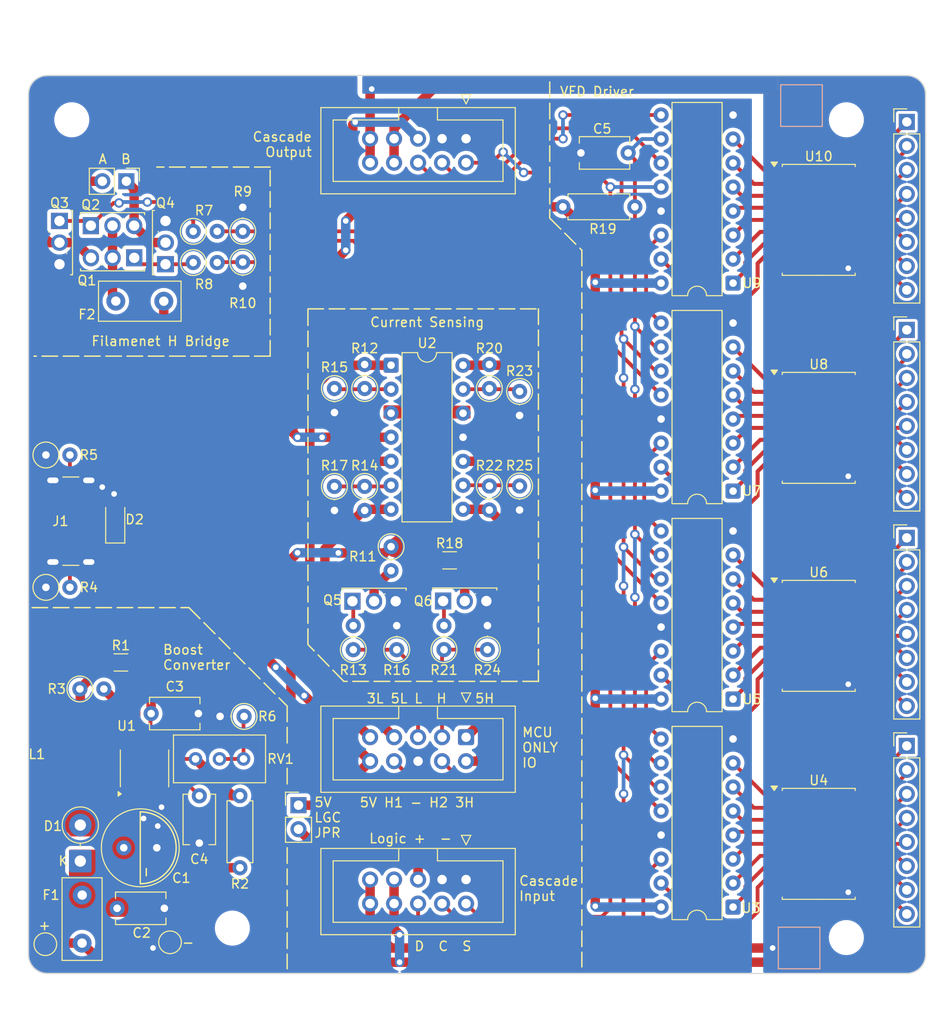
<source format=kicad_pcb>
(kicad_pcb (version 20241229) (generator "pcbnew") (generator_version "9.0")
  (title_block (title "Generic VFD Driver PCB") (date "2025-08-26") (rev "2") (company "ENEL200") (comment 1 "LWQ"))
  (layers (0 "F.Cu" signal) (2 "B.Cu" signal) (13 "F.Paste" user) (15 "B.Paste" user) (5 "F.SilkS" user "F.Silkscreen") (7 "B.SilkS" user "B.Silkscreen") (1 "F.Mask" user) (3 "B.Mask" user) (25 "Edge.Cuts" user))
  (net 0 "")
  (net 1 "/IL_SENSE")
  (net 2 "+5V")
  (net 3 "V_FB")
  (net 4 "/BOOST_OUT")
  (net 5 "/POT")
  (net 6 "GND")
  (net 7 "/BOOST_SW")
  (net 8 "CLK")
  (net 9 "SYNC")
  (net 10 "VDC")
  (net 11 "MAIN_SER_IN")
  (net 12 "MAIN_SER_OUT")
  (net 13 "FILAMENT_1")
  (net 14 "FILAMENT_2")
  (net 15 "GNDA")
  (net 16 "VCC")
  (net 17 "/LCS_DRAIN")
  (net 18 "/LCS_GATE")
  (net 19 "/HCS_DRAIN")
  (net 20 "/HCS_GATE")
  (net 21 "LCS_EN")
  (net 22 "/AFB")
  (net 23 "3LCS")
  (net 24 "/BFB")
  (net 25 "5LCS")
  (net 26 "3HCS")
  (net 27 "/CFB")
  (net 28 "HCS_EN")
  (net 29 "/DFB")
  (net 30 "5HCS")
  (net 31 "CLR")
  (net 32 "BRIDGE_G2")
  (net 33 "BRIDGE_G1")
  (net 34 "H1")
  (net 35 "H2")
  (net 36 "/VFD drive 1/H")
  (net 37 "/VFD drive 1/A")
  (net 38 "/VFD drive 1/E")
  (net 39 "/VFD drive 1/F")
  (net 40 "/VFD drive 1/G")
  (net 41 "/VFD drive 1/B")
  (net 42 "/VFD drive 1/C")
  (net 43 "/VFD drive 1/D")
  (net 44 "/VFD drive 2/C")
  (net 45 "/VFD drive 2/E")
  (net 46 "/VFD drive 2/B")
  (net 47 "/VFD drive 2/H")
  (net 48 "/VFD drive 2/A")
  (net 49 "/VFD drive 2/D")
  (net 50 "/VFD drive 2/G")
  (net 51 "/VFD drive 2/F")
  (net 52 "/VFD drive 3/A")
  (net 53 "/VFD drive 3/D")
  (net 54 "/VFD drive 3/F")
  (net 55 "/VFD drive 3/H")
  (net 56 "/VFD drive 3/B")
  (net 57 "/VFD drive 3/E")
  (net 58 "/VFD drive 3/G")
  (net 59 "/VFD drive 3/C")
  (net 60 "/VFD drive 4/B")
  (net 61 "/VFD drive 4/E")
  (net 62 "/VFD drive 4/D")
  (net 63 "/VFD drive 4/H")
  (net 64 "/VFD drive 4/C")
  (net 65 "/VFD drive 4/A")
  (net 66 "/VFD drive 4/F")
  (net 67 "/VFD drive 4/G")
  (net 68 "/SER_CHAIN1")
  (net 69 "/SER_CHAIN2")
  (net 70 "/SER_CHAIN3")
  (net 71 "/H_BRIDGE_5V")
  (net 72 "Net-(J1-CC2)")
  (net 73 "Net-(J1-CC1)")
  (net 74 "Net-(J7-Pin_6)")
  (net 75 "Net-(J7-Pin_3)")
  (net 76 "Net-(J7-Pin_8)")
  (net 77 "Net-(J7-Pin_1)")
  (net 78 "Net-(J7-Pin_7)")
  (net 79 "Net-(J7-Pin_2)")
  (net 80 "Net-(J7-Pin_5)")
  (net 81 "Net-(J7-Pin_4)")
  (net 82 "Net-(J8-Pin_8)")
  (net 83 "Net-(J8-Pin_6)")
  (net 84 "Net-(J8-Pin_5)")
  (net 85 "Net-(J8-Pin_2)")
  (net 86 "Net-(J8-Pin_7)")
  (net 87 "Net-(J8-Pin_3)")
  (net 88 "Net-(J8-Pin_1)")
  (net 89 "Net-(J8-Pin_4)")
  (net 90 "Net-(J9-Pin_5)")
  (net 91 "Net-(J9-Pin_7)")
  (net 92 "Net-(J9-Pin_2)")
  (net 93 "Net-(J9-Pin_6)")
  (net 94 "Net-(J9-Pin_1)")
  (net 95 "Net-(J9-Pin_3)")
  (net 96 "Net-(J9-Pin_4)")
  (net 97 "Net-(J9-Pin_8)")
  (net 98 "/TC")
  (net 99 "/DRIVE_COLLECTOR")
  (net 100 "Net-(J6-Pin_6)")
  (net 101 "Net-(J6-Pin_3)")
  (net 102 "Net-(J6-Pin_8)")
  (net 103 "Net-(J6-Pin_1)")
  (net 104 "Net-(J6-Pin_7)")
  (net 105 "Net-(J6-Pin_2)")
  (net 106 "Net-(J6-Pin_5)")
  (net 107 "Net-(J6-Pin_4)")
  (footprint "Resistor_THT:R_Axial_DIN0207_L6.3mm_D2.5mm_P2.54mm_Vertical" (layer "F.Cu") (at 136.24 111.105 180)
    (property "Reference" "R6")
    (property "Value" "3k9" (hide yes))
  )
  (footprint "Package_TO_SOT_THT:TO-251-3_Vertical" (layer "F.Cu") (at 127.92 63.28 90)
    (property "Reference" "Q4")
    (property "Value" "IRLU014PBF" (hide yes))
  )
  (footprint "Capacitor_THT:C_Disc_D5.1mm_W3.2mm_P5.00mm" (layer "F.Cu") (at 122.8 131.405)
    (property "Reference" "C2")
    (property "Value" "100n" (hide yes))
  )
  (footprint "Resistor_THT:R_Axial_DIN0207_L6.3mm_D2.5mm_P2.54mm_Vertical" (layer "F.Cu") (at 136.1 63.055 -90)
    (property "Reference" "R10")
    (property "Value" "10k" (hide yes))
  )
  (footprint "MountingHole:MountingHole_3.2mm_M3" (layer "F.Cu") (at 200 48)
    (property "Reference" "H2" (hide yes))
    (property "Value" "MountingHole" (hide yes))
  )
  (footprint "MountingHole:MountingHole_3.2mm_M3" (layer "F.Cu") (at 200 134.5)
    (property "Reference" "H4" (hide yes))
    (property "Value" "MountingHole" (hide yes))
  )
  (footprint "Custom:SOP-18_7.495x11.515mm_P1.27mm" (layer "F.Cu") (at 197.075 102.585)
    (property "Reference" "U6")
    (property "Value" "TBD62783A" (hide yes))
  )
  (footprint "Package_DIP:DIP-14_W7.62mm" (layer "F.Cu") (at 151.8 73.96)
    (property "Reference" "U2")
    (property "Value" "TLV274" (hide yes))
  )
  (footprint "Resistor_THT:R_Axial_DIN0207_L6.3mm_D2.5mm_P2.54mm_Vertical" (layer "F.Cu") (at 130.855 59.8)
    (property "Reference" "R7")
    (property "Value" "2K2" (hide yes))
  )
  (footprint "Resistor_THT:R_Axial_DIN0207_L6.3mm_D2.5mm_P2.54mm_Vertical" (layer "F.Cu") (at 157.4 104.045 90)
    (property "Reference" "R21")
    (property "Value" "2K2" (hide yes))
  )
  (footprint "Connector_IDC:IDC-Header_2x05_P2.54mm_Vertical" (layer "F.Cu") (at 159.74 113.305 -90)
    (property "Reference" "J5" (hide yes))
    (property "Value" "Conn_02x05_Counter_Clockwise" (hide yes))
  )
  (footprint "Custom:SOP-18_7.495x11.515mm_P1.27mm" (layer "F.Cu") (at 197.075 124.585)
    (property "Reference" "U4")
    (property "Value" "TBD62783A" (hide yes))
  )
  (footprint "Connector_PinHeader_2.54mm:PinHeader_1x08_P2.54mm_Vertical" (layer "F.Cu") (at 206.4 114.225)
    (property "Reference" "J6" (hide yes))
    (property "Value" "Conn_01x08_Pin" (hide yes))
  )
  (footprint "Connector_USB:USB_C_Receptacle_GCT_USB4125-xx-x-0190_6P_TopMnt_Horizontal" (layer "F.Cu") (at 116.8 90.455 -90)
    (property "Reference" "J1")
    (property "Value" "USB_C_Receptacle_USB2.0_14P" (hide yes))
  )
  (footprint "Capacitor_THT:C_Disc_D5.1mm_W3.2mm_P5.00mm" (layer "F.Cu") (at 126.4 110.805)
    (property "Reference" "C3")
    (property "Value" "100n" (hide yes))
  )
  (footprint "Capacitor_THT:C_Disc_D5.1mm_W3.2mm_P5.00mm" (layer "F.Cu") (at 131.5 119.505 -90)
    (property "Reference" "C4")
    (property "Value" "330p" (hide yes))
  )
  (footprint "Custom:SPM7054VT-D" (layer "F.Cu") (at 118.9 115.13 -90)
    (property "Reference" "L1")
    (property "Value" "100uH" (hide yes))
  )
  (footprint "Resistor_THT:R_Axial_DIN0207_L6.3mm_D2.5mm_P2.54mm_Vertical" (layer "F.Cu") (at 115.26 83.455)
    (property "Reference" "R5")
    (property "Value" "5k1" (hide yes))
  )
  (footprint "Resistor_THT:R_Axial_DIN0207_L6.3mm_D2.5mm_P2.54mm_Vertical" (layer "F.Cu") (at 152.4 104.05 90)
    (property "Reference" "R16")
    (property "Value" "10k" (hide yes))
  )
  (footprint "Connector_IDC:IDC-Header_2x05_P2.54mm_Vertical" (layer "F.Cu") (at 159.74 128.365 -90)
    (property "Reference" "J4" (hide yes))
    (property "Value" "Conn_02x05_Counter_Clockwise" (hide yes))
  )
  (footprint "Connector_IDC:IDC-Header_2x05_P2.54mm_Vertical" (layer "F.Cu") (at 159.74 50 -90)
    (property "Reference" "J3" (hide yes))
    (property "Value" "Conn_02x05_Counter_Clockwise" (hide yes))
  )
  (footprint "Package_DIP:DIP-16_W7.62mm" (layer "F.Cu") (at 188.005 109.275 180)
    (property "Reference" "U5")
    (property "Value" "74HC595" (hide yes))
  )
  (footprint "Resistor_THT:R_Axial_DIN0207_L6.3mm_D2.5mm_P2.54mm_Vertical" (layer "F.Cu") (at 162.205 76.425 90)
    (property "Reference" "R20")
    (property "Value" "18k" (hide yes))
  )
  (footprint "Package_TO_SOT_THT:TO-251-3_Vertical" (layer "F.Cu") (at 116.7 58.7 -90)
    (property "Reference" "Q3")
    (property "Value" "IRLU014PBF" (hide yes))
  )
  (footprint "Package_TO_SOT_THT:TO-251-3_Vertical" (layer "F.Cu") (at 124.61 62.6 180)
    (property "Reference" "Q1")
    (property "Value" "IRLU014PBF" (hide yes))
  )
  (footprint "Capacitor_THT:C_Radial_D8.0mm_H11.5mm_P3.50mm" (layer "F.Cu") (at 123.5 125.005)
    (property "Reference" "C1")
    (property "Value" "100u" (hide yes))
  )
  (footprint "Custom:SOP-18_7.495x11.515mm_P1.27mm" (layer "F.Cu") (at 197.075 80.585)
    (property "Reference" "U8")
    (property "Value" "TBD62783A" (hide yes))
  )
  (footprint "Resistor_THT:R_Axial_DIN0207_L6.3mm_D2.5mm_P2.54mm_Vertical" (layer "F.Cu") (at 149.005 86.78 -90)
    (property "Reference" "R14")
    (property "Value" "10k" (hide yes))
  )
  (footprint "Connector_PinHeader_2.54mm:PinHeader_1x08_P2.54mm_Vertical" (layer "F.Cu") (at 206.4 70.225)
    (property "Reference" "J8" (hide yes))
    (property "Value" "Conn_01x08_Pin" (hide yes))
  )
  (footprint "Package_DIP:DIP-16_W7.62mm" (layer "F.Cu") (at 188.005 65.275 180)
    (property "Reference" "U9")
    (property "Value" "74HC595" (hide yes))
  )
  (footprint "Resistor_THT:R_Axial_DIN0207_L6.3mm_D2.5mm_P2.54mm_Vertical" (layer "F.Cu") (at 115.26 97.455)
    (property "Reference" "R4")
    (property "Value" "5k1" (hide yes))
  )
  (footprint "Resistor_THT:R_Axial_DIN0207_L6.3mm_D2.5mm_P2.54mm_Vertical" (layer "F.Cu") (at 165.405 86.735 -90)
    (property "Reference" "R25")
    (property "Value" "10k" (hide yes))
  )
  (footprint "Resistor_THT:R_Axial_DIN0207_L6.3mm_D2.5mm_P2.54mm_Vertical" (layer "F.Cu") (at 151.8 93.155 -90)
    (property "Reference" "R11")
    (property "Value" "6R8" (hide yes))
  )
  (footprint "Connector_PinHeader_2.54mm:PinHeader_1x08_P2.54mm_Vertical" (layer "F.Cu") (at 206.4 48.225)
    (property "Reference" "J9" (hide yes))
    (property "Value" "Conn_01x08_Pin" (hide yes))
  )
  (footprint "Resistor_SMD:R_1206_3216Metric_Pad1.30x1.75mm_HandSolder" (layer "F.Cu") (at 123.2 105.4 180)
    (property "Reference" "R1")
    (property "Value" "0.2R" (hide yes))
  )
  (footprint "Package_DIP:DIP-16_W7.62mm" (layer "F.Cu") (at 188.005 87.275 180)
    (property "Reference" "U7")
    (property "Value" "74HC595" (hide yes))
  )
  (footprint "Connector_PinHeader_2.54mm:PinHeader_1x02_P2.54mm_Vertical" (layer "F.Cu") (at 142 120.5)
    (property "Reference" "JP1" (hide yes))
    (property "Value" "Jumper_2_Open" (hide yes))
  )
  (footprint "Capacitor_THT:C_Disc_D5.1mm_W3.2mm_P5.00mm" (layer "F.Cu") (at 176.9 51.505 180)
    (property "Reference" "C5")
    (property "Value" "100n" (hide yes))
  )
  (footprint "Diode_THT:D_DO-15_P3.81mm_Vertical_KathodeUp" (layer "F.Cu") (at 118.9 126.41 90)
    (property "Reference" "D1")
    (property "Value" "SB240L" (hide yes))
  )
  (footprint "Potentiometer_THT:Potentiometer_Bourns_3296W_Vertical" (layer "F.Cu") (at 131.1 115.605 180)
    (property "Reference" "RV1")
    (property "Value" "10k" (hide yes))
  )
  (footprint "Fuse:Fuse_Littelfuse_395Series" (layer "F.Cu") (at 119.09 135.085 90)
    (property "Reference" "F1")
    (property "Value" "100mA hold" (hide yes))
  )
  (footprint "Fuse:Fuse_Littelfuse_395Series" (layer "F.Cu") (at 127.74 67.19 180)
    (property "Reference" "F2")
    (property "Value" "500mA hold" (hide yes))
  )
  (footprint "Resistor_THT:R_Axial_DIN0207_L6.3mm_D2.5mm_P2.54mm_Vertical" (layer "F.Cu") (at 118.855 108.205)
    (property "Reference" "R3")
    (property "Value" "180R" (hide yes))
  )
  (footprint "TestPoint:TestPoint_Pad_D2.0mm" (layer "F.Cu") (at 128.4 135)
    (property "Reference" "TP2" (hide yes))
    (property "Value" "TestPoint" (hide yes))
  )
  (footprint "Resistor_THT:R_Axial_DIN0207_L6.3mm_D2.5mm_P2.54mm_Vertical" (layer "F.Cu") (at 130.855 63.1)
    (property "Reference" "R8")
    (property "Value" "2K2" (hide yes))
  )
  (footprint "TestPoint:TestPoint_Pad_D2.0mm" (layer "F.Cu") (at 115.2 135.2)
    (property "Reference" "TP1" (hide yes))
    (property "Value" "TestPoint" (hide yes))
  )
  (footprint "Connector_PinHeader_2.54mm:PinHeader_1x02_P2.54mm_Vertical" (layer "F.Cu") (at 123.775 54.5 -90)
    (property "Reference" "J2" (hide yes))
    (property "Value" "Conn_01x02_Pin" (hide yes))
  )
  (footprint "Resistor_THT:R_Axial_DIN0207_L6.3mm_D2.5mm_P2.54mm_Vertical" (layer "F.Cu") (at 165.405 76.735 -90)
    (property "Reference" "R23")
    (property "Value" "100R" (hide yes))
  )
  (footprint "Custom:SOP-18_7.495x11.515mm_P1.27mm" (layer "F.Cu") (at 197.075 58.585)
    (property "Reference" "U10")
    (property "Value" "TBD62783A" (hide yes))
  )
  (footprint "Resistor_THT:R_Axial_DIN0207_L6.3mm_D2.5mm_P2.54mm_Vertical" (layer "F.Cu") (at 147.8 104.05 90)
    (property "Reference" "R13")
    (property "Value" "2K2" (hide yes))
  )
  (footprint "Resistor_THT:R_Axial_DIN0207_L6.3mm_D2.5mm_P2.54mm_Vertical" (layer "F.Cu") (at 145.805 76.425 -90)
    (property "Reference" "R15")
    (property "Value" "100R" (hide yes))
  )
  (footprint "Resistor_THT:R_Axial_DIN0207_L6.3mm_D2.5mm_P2.54mm_Vertical" (layer "F.Cu") (at 162.205 86.735 -90)
    (property "Reference" "R22")
    (property "Value" "10k" (hide yes))
  )
  (footprint "Diode_SMD:D_SMF" (layer "F.Cu") (at 122.6 90.405 90)
    (property "Reference" "D2")
    (property "Value" "SMF5V0A" (hide yes))
  )
  (footprint "Package_SO:SOIC-8_3.9x4.9mm_P1.27mm" (layer "F.Cu") (at 125.7 116.605 90)
    (property "Reference" "U1")
    (property "Value" "MC34063AD" (hide yes))
  )
  (footprint "MountingHole:MountingHole_3.2mm_M3" (layer "F.Cu") (at 135 133.5)
    (property "Reference" "H3" (hide yes))
    (property "Value" "MountingHole" (hide yes))
  )
  (footprint "Resistor_THT:R_Axial_DIN0207_L6.3mm_D2.5mm_P2.54mm_Vertical" (layer "F.Cu") (at 145.805 86.78 -90)
    (property "Reference" "R17")
    (property "Value" "10k" (hide yes))
  )
  (footprint "Package_TO_SOT_THT:TO-251-3_Vertical" (layer "F.Cu") (at 157.31 98.905)
    (property "Reference" "Q6")
    (property "Value" "IRLU014PBF" (hide yes))
  )
  (footprint "Package_DIP:DIP-16_W7.62mm" (layer "F.Cu") (at 188.005 131.275 180)
    (property "Reference" "U3")
    (property "Value" "74HC595" (hide yes))
  )
  (footprint "Resistor_THT:R_Axial_DIN0207_L6.3mm_D2.5mm_P2.54mm_Vertical" (layer "F.Cu") (at 149.005 76.425 90)
    (property "Reference" "R12")
    (property "Value" "12k" (hide yes))
  )
  (footprint "Resistor_THT:R_Axial_DIN0207_L6.3mm_D2.5mm_P2.54mm_Vertical" (layer "F.Cu") (at 162 104.045 90)
    (property "Reference" "R24")
    (property "Value" "10k" (hide yes))
  )
  (footprint "Resistor_THT:R_Axial_DIN0207_L6.3mm_D2.5mm_P7.62mm_Horizontal" (layer "F.Cu") (at 177.61 57.205 180)
    (property "Reference" "R19")
    (property "Value" "10k" (hide yes))
  )
  (footprint "Resistor_THT:R_Axial_DIN0207_L6.3mm_D2.5mm_P2.54mm_Vertical" (layer "F.Cu") (at 136.1 59.8 90)
    (property "Reference" "R9")
    (property "Value" "10k" (hide yes))
  )
  (footprint "Resistor_THT:R_Axial_DIN0207_L6.3mm_D2.5mm_P7.62mm_Horizontal" (layer "F.Cu") (at 135.8 127.115 90)
    (property "Reference" "R2")
    (property "Value" "100k" (hide yes))
  )
  (footprint "Resistor_SMD:R_1206_3216Metric_Pad1.30x1.75mm_HandSolder" (layer "F.Cu") (at 158 94.6)
    (property "Reference" "R18")
    (property "Value" "0.2R" (hide yes))
  )
  (footprint "MountingHole:MountingHole_3.2mm_M3" (layer "F.Cu") (at 118 48)
    (property "Reference" "H1" (hide yes))
    (property "Value" "MountingHole" (hide yes))
  )
  (footprint "Package_TO_SOT_THT:TO-251-3_Vertical" (layer "F.Cu") (at 120.02 59.2)
    (property "Reference" "Q2")
    (property "Value" "IRLU014PBF" (hide yes))
  )
  (footprint "Package_TO_SOT_THT:TO-251-3_Vertical" (layer "F.Cu") (at 147.71 98.925)
    (property "Reference" "Q5")
    (property "Value" "IRLU014PBF" (hide yes))
  )
  (footprint "Connector_PinHeader_2.54mm:PinHeader_1x08_P2.54mm_Vertical" (layer "F.Cu") (at 206.4 92.225)
    (property "Reference" "J7" (hide yes))
    (property "Value" "Conn_01x08_Pin" (hide yes))
  )
  (footprint "TestPoint:TestPoint_Pad_4.0x4.0mm" (layer "B.Cu") (at 195.25 46.5 180)
    (property "Reference" "TP3" (hide yes))
    (property "Value" "TestPoint" (hide yes))
  )
  (footprint "TestPoint:TestPoint_Pad_4.0x4.0mm" (layer "B.Cu") (at 195 135.6 180)
    (property "Reference" "TP4" (hide yes))
    (property "Value" "TestPoint" (hide yes))
  )
  (gr_line (start 139 53) (end 127 53) (stroke (width 0.15) (type dash)) (layer "F.SilkS"))
  (gr_line (start 143 103.5) (end 143 68) (stroke (width 0.15) (type dash)) (layer "F.SilkS"))
  (gr_line (start 140.8 125) (end 140.8 137.8) (stroke (width 0.15) (type dash)) (layer "F.SilkS"))
  (gr_line (start 146.8 107.4) (end 143 103.5) (stroke (width 0.15) (type dash)) (layer "F.SilkS"))
  (gr_line (start 168.6 58.4) (end 172 61.8) (stroke (width 0.15) (type dash)) (layer "F.SilkS"))
  (gr_line (start 167.4 107.4) (end 146.8 107.4) (stroke (width 0.15) (type dash)) (layer "F.SilkS"))
  (gr_arc (start 125.25 121.205) (mid 129.05 125.005) (end 125.25 128.805) (stroke (width 0.15)) (layer "F.SilkS"))
  (gr_line (start 125.25 121.205) (end 125.25 128.805) (stroke (width 0.15)) (layer "F.SilkS"))
  (gr_line (start 139 73) (end 139 53) (stroke (width 0.15) (type dash)) (layer "F.SilkS"))
  (gr_line (start 130.4 99.6) (end 140.8 110.015) (stroke (width 0.15) (type dash)) (layer "F.SilkS"))
  (gr_line (start 113.8 99.6) (end 130.4 99.6) (stroke (width 0.15) (type dash)) (layer "F.SilkS"))
  (gr_line (start 140.8 110.015) (end 140.8 114.4) (stroke (width 0.15) (type dash)) (layer "F.SilkS"))
  (gr_line (start 143 68) (end 167.4 68) (stroke (width 0.15) (type dash)) (layer "F.SilkS"))
  (gr_line (start 168.6 44) (end 168.6 58.4) (stroke (width 0.15) (type dash)) (layer "F.SilkS"))
  (gr_line (start 172 61.8) (end 172 137.6) (stroke (width 0.15) (type dash)) (layer "F.SilkS"))
  (gr_line (start 140.8 116.6) (end 140.8 118.6) (stroke (width 0.15) (type dash)) (layer "F.SilkS"))
  (gr_line (start 167.4 68) (end 167.4 107.4) (stroke (width 0.15) (type dash)) (layer "F.SilkS"))
  (gr_line (start 139 73) (end 114 73) (stroke (width 0.15) (type dash)) (layer "F.SilkS"))
  (gr_line (start 206.4 138.305) (end 115.4 138.305) (stroke (width 0.1)) (layer "Edge.Cuts"))
  (gr_arc (start 113.4 45.305) (mid 113.985786 43.890786) (end 115.4 43.305) (stroke (width 0.1)) (layer "Edge.Cuts"))
  (gr_arc (start 206.4 43.305) (mid 207.814214 43.890786) (end 208.4 45.305) (stroke (width 0.1)) (layer "Edge.Cuts"))
  (gr_arc (start 115.4 138.305) (mid 113.985786 137.719214) (end 113.4 136.305) (stroke (width 0.1)) (layer "Edge.Cuts"))
  (gr_arc (start 208.4 136.305) (mid 207.814214 137.719214) (end 206.4 138.305) (stroke (width 0.1)) (layer "Edge.Cuts"))
  (gr_line (start 113.4 136.305) (end 113.4 45.305) (stroke (width 0.1)) (layer "Edge.Cuts"))
  (gr_line (start 115.4 43.305) (end 206.4 43.305) (stroke (width 0.1)) (layer "Edge.Cuts"))
  (gr_line (start 208.4 45.305) (end 208.4 136.305) (stroke (width 0.1)) (layer "Edge.Cuts"))
  (gr_text "Cascade\nOutput" (at 143.5 52 0) (layer "F.SilkS") (effects (font (size 1 1)) (justify right bottom)))
  (gr_text "-" (at 129.6 135.6 0) (layer "F.SilkS") (effects (font (size 1 1)) (justify left bottom)))
  (gr_text "5V\nLGC\nJPR" (at 143.6 124 0) (layer "F.SilkS") (effects (font (size 1 1)) (justify left bottom)))
  (gr_text "MCU\nONLY\nIO" (at 165.6 116.6 0) (layer "F.SilkS") (effects (font (size 1 1)) (justify left bottom)))
  (gr_text "Cascade\nInput" (at 165.275 130.7 0) (layer "F.SilkS") (effects (font (size 1 1)) (justify left bottom)))
  (gr_text "D  C  S" (at 154.2 136 0) (layer "F.SilkS") (effects (font (size 1 1)) (justify left bottom)))
  (gr_text "Filamenet H Bridge" (at 120 72 0) (layer "F.SilkS") (effects (font (size 1 1)) (justify left bottom)))
  (gr_text "-" (at 126.4 128.305 90) (layer "F.SilkS") (effects (font (size 1 1)) (justify left bottom)))
  (gr_text "Logic +  -" (at 149.4 124.6 0) (layer "F.SilkS") (effects (font (size 1 1)) (justify left bottom)))
  (gr_text "+" (at 114.4 133.8 0) (layer "F.SilkS") (effects (font (size 1 1)) (justify left bottom)))
  (gr_text "Current Sensing" (at 149.5 70 0) (layer "F.SilkS") (effects (font (size 1 1)) (justify left bottom)))
  (gr_text "VFD Driver" (at 169.6 45.6 0) (layer "F.SilkS") (effects (font (size 1 1)) (justify left bottom)))
  (gr_text "3L 5L L  H    5H" (at 149.14 109.8 0) (layer "F.SilkS") (effects (font (size 1 1)) (justify left bottom)))
  (gr_text "5V H1 - H2 3H" (at 148.4 120.8 0) (layer "F.SilkS") (effects (font (size 1 1)) (justify left bottom)))
  (gr_text "Boost\nConverter" (at 127.575 106.25 0) (layer "F.SilkS") (effects (font (size 1 1)) (justify left bottom)))
  (gr_text "A  B" (at 120.75 52.75 0) (layer "F.SilkS") (effects (font (size 1 1)) (justify left bottom)))
  (segment (start 125.065 114.13) (end 125.065 108.815) (width 0.4) (layer "F.Cu") (net 1))
  (segment (start 118.855 108.195) (end 121.65 105.4) (width 1) (layer "F.Cu") (net 1))
  (segment (start 118.855 108.205) (end 118.855 108.195) (width 1) (layer "F.Cu") (net 1))
  (segment (start 118.9 108.25) (end 118.855 108.205) (width 1) (layer "F.Cu") (net 1))
  (segment (start 125.065 108.815) (end 121.65 105.4) (width 0.4) (layer "F.Cu") (net 1))
  (segment (start 118.9 111.855) (end 118.9 108.25) (width 1) (layer "F.Cu") (net 1))
  (segment (start 122.6 101) (end 124.75 103.15) (width 1) (layer "F.Cu") (net 2))
  (segment (start 127.74 67.19) (end 127.74 86.715) (width 1) (layer "F.Cu") (net 2))
  (segment (start 142.64 108.905) (end 149.58 115.845) (width 1) (layer "F.Cu") (net 2))
  (segment (start 127.74 86.715) (end 122.6 91.855) (width 1) (layer "F.Cu") (net 2))
  (segment (start 126.4 107.05) (end 126.4 110.805) (width 1) (layer "F.Cu") (net 2))
  (segment (start 149.58 115.845) (end 149.58 115.685) (width 1) (layer "F.Cu") (net 2))
  (segment (start 139.6 105.905) (end 136.9 103.205) (width 1) (layer "F.Cu") (net 2))
  (segment (start 124.75 105.4) (end 126.4 107.05) (width 1) (layer "F.Cu") (net 2))
  (segment (start 126.335 110.87) (end 126.4 110.805) (width 0.4) (layer "F.Cu") (net 2))
  (segment (start 142 120.5) (end 144.925 120.5) (width 1) (layer "F.Cu") (net 2))
  (segment (start 124.75 103.15) (end 136.845 103.15) (width 1) (layer "F.Cu") (net 2))
  (segment (start 149.58 115.845) (end 149.54 115.845) (width 1) (layer "F.Cu") (net 2))
  (segment (start 124.75 103.15) (end 124.75 105.4) (width 1) (layer "F.Cu") (net 2))
  (segment (start 144.925 120.5) (end 149.58 115.845) (width 1) (layer "F.Cu") (net 2))
  (segment (start 126.335 114.13) (end 126.335 110.87) (width 0.4) (layer "F.Cu") (net 2))
  (segment (start 142.6 108.905) (end 142.64 108.905) (width 1) (layer "F.Cu") (net 2))
  (segment (start 122.6 91.855) (end 122.6 101) (width 1) (layer "F.Cu") (net 2))
  (segment (start 136.845 103.15) (end 136.9 103.205) (width 1) (layer "F.Cu") (net 2))
  (via (at 142.6 108.905) (size 1) (drill 0.6) (layers "F.Cu" "B.Cu") (net 2))
  (via (at 139.6 105.905) (size 1) (drill 0.6) (layers "F.Cu" "B.Cu") (net 2))
  (segment (start 142.6 108.905) (end 139.6 105.905) (width 1) (layer "B.Cu") (net 2))
  (segment (start 131.1 115.605) (end 129.08 115.605) (width 0.4) (layer "F.Cu") (net 3))
  (segment (start 131.3 115.805) (end 131.1 115.605) (width 0.4) (layer "F.Cu") (net 3))
  (segment (start 134.99 119.495) (end 131.1 115.605) (width 1) (layer "F.Cu") (net 3))
  (segment (start 135.8 119.495) (end 134.99 119.495) (width 1) (layer "F.Cu") (net 3))
  (segment (start 129.08 115.605) (end 127.605 114.13) (width 0.4) (layer "F.Cu") (net 3))
  (segment (start 135.8 127.115) (end 124.01 127.115) (width 1) (layer "F.Cu") (net 4))
  (segment (start 136.18 111.165) (end 136.24 111.105) (width 0.4) (layer "F.Cu") (net 5))
  (segment (start 133.64 115.605) (end 136.18 115.605) (width 0.4) (layer "F.Cu") (net 5))
  (segment (start 136.18 115.605) (end 136.18 111.165) (width 0.4) (layer "F.Cu") (net 5))
  (segment (start 126.6 135.6) (end 127.8 135.6) (width 1) (layer "F.Cu") (net 6))
  (segment (start 127.8 135.6) (end 128.4 135) (width 1) (layer "F.Cu") (net 6))
  (via (at 127.1 122.705) (size 1) (drill 0.6) (layers "F.Cu" "B.Cu") (net 6))
  (via (at 127.5 120.705) (size 1) (drill 0.6) (layers "F.Cu" "B.Cu") (net 6))
  (via (at 122.475 87.575) (size 1) (drill 0.6) (layers "F.Cu" "B.Cu") (net 6))
  (via (at 126.6 135.6) (size 1) (drill 0.6) (layers "F.Cu" "B.Cu") (net 6))
  (via (at 121.225 86.85) (size 1) (drill 0.6) (layers "F.Cu" "B.Cu") (net 6))
  (via (at 125.6 121.905) (size 1) (drill 0.6) (layers "F.Cu" "B.Cu") (net 6))
  (segment (start 176.415 71.19) (end 176.2 70.975) (width 0.4) (layer "F.Cu") (net 8))
  (segment (start 180.385 52.575) (end 180.27 52.575) (width 0.4) (layer "F.Cu") (net 8))
  (segment (start 162 54.5) (end 159.16 54.5) (width 0.4) (layer "F.Cu") (net 8))
  (segment (start 179.8 74.575) (end 176.415 71.19) (width 0.4) (layer "F.Cu") (net 8))
  (segment (start 180.385 96.575) (end 179.8 96.575) (width 0.4) (layer "F.Cu") (net 8))
  (segment (start 167.595 48.905) (end 162 54.5) (width 0.4) (layer "F.Cu") (net 8))
  (segment (start 179.8 118.575) (end 176.415 115.19) (width 0.4) (layer "F.Cu") (net 8))
  (segment (start 180.385 74.575) (end 179.8 74.575) (width 0.4) (layer "F.Cu") (net 8))
  (segment (start 176.2 70.975) (end 176.2 53.905) (width 0.4) (layer "F.Cu") (net 8))
  (segment (start 159.6 133.305) (end 157.2 130.905) (width 0.4) (layer "F.Cu") (net 8))
  (segment (start 176.2 53.905) (end 175.2 52.905) (width 0.4) (layer "F.Cu") (net 8))
  (segment (start 176.415 132.39) (end 175.5 133.305) (width 0.4) (layer "F.Cu") (net 8))
  (segment (start 176.415 115.19) (end 176.415 97.305) (width 0.4) (layer "F.Cu") (net 8))
  (segment (start 176.715 48.905) (end 175.2 48.905) (width 0.4) (layer "F.Cu") (net 8))
  (segment (start 180.385 52.575) (end 176.715 48.905) (width 0.4) (layer "F.Cu") (net 8))
  (segment (start 175.5 133.305) (end 159.6 133.305) (width 0.4) (layer "F.Cu") (net 8))
  (segment (start 175.2 52.905) (end 175.2 48.905) (width 0.4) (layer "F.Cu") (net 8))
  (segment (start 180.385 118.575) (end 179.8 118.575) (width 0.4) (layer "F.Cu") (net 8))
  (segment (start 179.8 96.575) (end 176.415 93.19) (width 0.4) (layer "F.Cu") (net 8))
  (segment (start 159.16 54.5) (end 157.2 52.54) (width 0.4) (layer "F.Cu") (net 8))
  (segment (start 176.415 119.305) (end 176.415 132.39) (width 0.4) (layer "F.Cu") (net 8))
  (segment (start 175.2 48.905) (end 167.595 48.905) (width 0.4) (layer "F.Cu") (net 8))
  (segment (start 176.415 93.19) (end 176.415 75.305) (width 0.4) (layer "F.Cu") (net 8))
  (via (at 176.415 71.19) (size 1) (drill 0.6) (layers "F.Cu" "B.Cu") (net 8))
  (via (at 176.415 97.305) (size 1) (drill 0.6) (layers "F.Cu" "B.Cu") (net 8))
  (via (at 176.415 93.19) (size 1) (drill 0.6) (layers "F.Cu" "B.Cu") (net 8))
  (via (at 176.415 119.305) (size 1) (drill 0.6) (layers "F.Cu" "B.Cu") (net 8))
  (via (at 176.415 75.305) (size 1) (drill 0.6) (layers "F.Cu" "B.Cu") (net 8))
  (via (at 176.415 115.19) (size 1) (drill 0.6) (layers "F.Cu" "B.Cu") (net 8))
  (segment (start 176.415 71.19) (end 176.415 75.305) (width 0.4) (layer "B.Cu") (net 8))
  (segment (start 176.415 93.19) (end 176.415 97.305) (width 0.4) (layer "B.Cu") (net 8))
  (segment (start 176.415 115.19) (end 176.415 119.305) (width 0.4) (layer "B.Cu") (net 8))
  (segment (start 175.015 72.33) (end 175.015 92.985) (width 0.4) (layer "F.Cu") (net 9))
  (segment (start 175.015 118.09) (end 175.015 131.39) (width 0.4) (layer "F.Cu") (net 9))
  (segment (start 173.492107 53.582107) (end 175.015 55.105) (width 0.4) (layer "F.Cu") (net 9))
  (segment (start 175.015 131.39) (end 174.1 132.305) (width 0.4) (layer "F.Cu") (net 9))
  (segment (start 163.582107 51.417893) (end 162.46 52.54) (width 0.4) (layer "F.Cu") (net 9))
  (segment (start 163.667893 51.417893) (end 163.582107 51.417893) (width 0.4) (layer "F.Cu") (net 9))
  (segment (start 175.055 115.785) (end 175.015 115.785) (width 0.4) (layer "F.Cu") (net 9))
  (segment (start 175.015 92.985) (end 175.015 94.33) (width 0.4) (layer "F.Cu") (net 9))
  (segment (start 161.14 132.305) (end 159.74 130.905) (width 0.4) (layer "F.Cu") (net 9))
  (segment (start 175.015 71.185) (end 175.015 55.105) (width 0.4) (layer "F.Cu") (net 9))
  (segment (start 174.1 132.305) (end 161.14 132.305) (width 0.4) (layer "F.Cu") (net 9))
  (segment (start 175.015 115.105) (end 175.015 118.09) (width 0.4) (layer "F.Cu") (net 9))
  (segment (start 175.015 115.105) (end 175.015 94.33) (width 0.4) (layer "F.Cu") (net 9))
  (segment (start 175.015 71.185) (end 175.015 72.33) (width 0.4) (layer "F.Cu") (net 9))
  (segment (start 175.015 115.785) (end 175.015 115.105) (width 0.4) (layer "F.Cu") (net 9))
  (segment (start 162.46 52.54) (end 159.74 52.54) (width 0.4) (layer "F.Cu") (net 9))
  (segment (start 180.385 77.115) (end 175.015 71.745) (width 0.4) (layer "F.Cu") (net 9))
  (segment (start 180.385 121.115) (end 175.055 115.785) (width 0.4) (layer "F.Cu") (net 9))
  (segment (start 175.015 71.745) (end 175.015 71.185) (width 0.4) (layer "F.Cu") (net 9))
  (segment (start 175.015 93.745) (end 175.015 92.985) (width 0.4) (layer "F.Cu") (net 9))
  (segment (start 165.832107 53.582107) (end 173.492107 53.582107) (width 0.4) (layer "F.Cu") (net 9))
  (segment (start 180.385 99.115) (end 175.015 93.745) (width 0.4) (layer "F.Cu") (net 9))
  (via (at 163.667893 51.417893) (size 1) (drill 0.6) (layers "F.Cu" "B.Cu") (net 9))
  (via (at 165.832107 53.582107) (size 1) (drill 0.6) (layers "F.Cu" "B.Cu") (net 9))
  (via (at 175.015 55.105) (size 1) (drill 0.6) (layers "F.Cu" "B.Cu") (net 9))
  (segment (start 163.667893 51.417893) (end 165.832107 53.582107) (width 0.4) (layer "B.Cu") (net 9))
  (segment (start 175.025 55.115) (end 175.015 55.105) (width 0.4) (layer "B.Cu") (net 9))
  (segment (start 180.385 55.115) (end 175.025 55.115) (width 0.4) (layer "B.Cu") (net 9))
  (segment (start 152.7 137.105) (end 121.11 137.105) (width 1) (layer "F.Cu") (net 10))
  (segment (start 152.12 133.625) (end 152.7 134.205) (width 1) (layer "F.Cu") (net 10))
  (segment (start 152.12 128.365) (end 152.12 130.905) (width 1) (layer "F.Cu") (net 10))
  (segment (start 195 85.585) (end 195 64.985) (width 1) (layer "F.Cu") (net 10))
  (segment (start 191.945 44.75) (end 195 47.805) (width 1) (layer "F.Cu") (net 10))
  (segment (start 195 107.785) (end 195 85.585) (width 1) (layer "F.Cu") (net 10))
  (segment (start 121.11 137.105) (end 119.09 135.085) (width 1) (layer "F.Cu") (net 10))
  (segment (start 195 64.985) (end 195 63.505) (width 1) (layer "F.Cu") (net 10))
  (segment (start 195 47.805) (end 195 63.505) (width 1) (layer "F.Cu") (net 10))
  (segment (start 192.35 129.665) (end 194.52 129.665) (width 1) (layer "F.Cu") (net 10))
  (segment (start 192.35 107.665) (end 194.88 107.665) (width 1) (layer "F.Cu") (net 10))
  (segment (start 192.35 85.665) (end 194.92 85.665) (width 1) (layer "F.Cu") (net 10))
  (segment (start 195 135.385) (end 193.28 137.105) (width 1) (layer "F.Cu") (net 10))
  (segment (start 193.28 137.105) (end 152.7 137.105) (width 1) (layer "F.Cu") (net 10))
  (segment (start 195 107.785) (end 195 135.385) (width 1) (layer "F.Cu") (net 10))
  (segment (start 115.315 135.085) (end 115.2 135.2) (width 1) (layer "F.Cu") (net 10))
  (segment (start 119.09 135.085) (end 115.315 135.085) (width 1) (layer "F.Cu") (net 10))
  (segment (start 156.25 44.75) (end 191.945 44.75) (width 1) (layer "F.Cu") (net 10))
  (segment (start 152.12 52.54) (end 152.12 50.205133) (width 1) (layer "F.Cu") (net 10))
  (segment (start 194.92 85.665) (end 195 85.585) (width 1) (layer "F.Cu") (net 10))
  (segment (start 192.35 63.665) (end 194.84 63.665) (width 1) (layer "F.Cu") (net 10))
  (segment (start 152.12 130.905) (end 152.12 133.625) (width 1) (layer "F.Cu") (net 10))
  (segment (start 194.88 107.665) (end 195 107.785) (width 1) (layer "F.Cu") (net 10))
  (segment (start 118.975 135.2) (end 119.09 135.085) (width 1) (layer "F.Cu") (net 10))
  (segment (start 194.84 63.665) (end 195 63.505) (width 1) (layer "F.Cu") (net 10))
  (segment (start 152.12 48.88) (end 156.25 44.75) (width 1) (layer "F.Cu") (net 10))
  (segment (start 152.12 50) (end 152.12 48.88) (width 1) (layer "F.Cu") (net 10))
  (via (at 152.7 137.105) (size 1) (drill 0.6) (layers "F.Cu" "B.Cu") (net 10))
  (via (at 152.7 134.205) (size 1) (drill 0.6) (layers "F.Cu" "B.Cu") (net 10))
  (segment (start 152.7 134.205) (end 152.7 137.105) (width 1) (layer "B.Cu") (net 10))
  (segment (start 178.5 132.805) (end 176.9 134.405) (width 0.4) (layer "F.Cu") (net 11))
  (segment (start 154.66 132.165) (end 154.66 130.905) (width 0.4) (layer "F.Cu") (net 11))
  (segment (start 180.385 126.195) (end 178.5 128.08) (width 0.4) (layer "F.Cu") (net 11))
  (segment (start 178.5 128.08) (end 178.5 132.805) (width 0.4) (layer "F.Cu") (net 11))
  (segment (start 176.9 134.405) (end 156.9 134.405) (width 0.4) (layer "F.Cu") (net 11))
  (segment (start 156.9 134.405) (end 154.66 132.165) (width 0.4) (layer "F.Cu") (net 11))
  (segment (start 157.62 55.5) (end 161.75 55.5) (width 0.4) (layer "F.Cu") (net 12))
  (segment (start 154.66 52.54) (end 157.62 55.5) (width 0.4) (layer "F.Cu") (net 12))
  (segment (start 161.75 55.5) (end 162.5 55.5) (width 0.4) (layer "F.Cu") (net 12))
  (segment (start 180.385 47.495) (end 170.005 47.495) (width 0.4) (layer "F.Cu") (net 12))
  (segment (start 166.5 51.5) (end 168 50) (width 0.4) (layer "F.Cu") (net 12))
  (segment (start 168 50) (end 170 50) (width 0.4) (layer "F.Cu") (net 12))
  (segment (start 170.005 47.495) (end 170 47.5) (width 0.4) (layer "F.Cu") (net 12))
  (segment (start 162.5 55.5) (end 166.5 51.5) (width 0.4) (layer "F.Cu") (net 12))
  (via (at 170 47.5) (size 1) (drill 0.6) (layers "F.Cu" "B.Cu") (net 12))
  (via (at 170 50) (size 1) (drill 0.6) (layers "F.Cu" "B.Cu") (net 12))
  (segment (start 170 50) (end 170 47.5) (width 0.4) (layer "B.Cu") (net 12))
  (segment (start 117.53925 54.5) (end 121.235 54.5) (width 1) (layer "F.Cu") (net 13))
  (segment (start 120.03 62.6) (end 118.42 60.99) (width 1) (layer "F.Cu") (net 13))
  (segment (start 114.8 57.23925) (end 117.53925 54.5) (width 1) (layer "F.Cu") (net 13))
  (segment (start 115.62925 60.99) (end 114.8 60.16075) (width 1) (layer "F.Cu") (net 13))
  (segment (start 118.42 60.99) (end 116.7 60.99) (width 1) (layer "F.Cu") (net 13))
  (segment (start 116.7 60.99) (end 115.62925 60.99) (width 1) (layer "F.Cu") (net 13))
  (segment (start 114.8 60.16075) (end 114.8 57.23925) (width 1) (layer "F.Cu") (net 13))
  (segment (start 124.6 55.325) (end 123.775 54.5) (width 1) (layer "F.Cu") (net 14))
  (segment (start 126.39 60.99) (end 127.92 60.99) (width 1) (layer "F.Cu") (net 14))
  (segment (start 124.6 59.2) (end 124.6 55.325) (width 1) (layer "F.Cu") (net 14))
  (segment (start 124.6 59.2) (end 126.39 60.99) (width 1) (layer "F.Cu") (net 14))
  (segment (start 149.58 128.365) (end 149.58 133.385) (width 1) (layer "F.Cu") (net 15))
  (segment (start 141.2 117.3) (end 139.5 119) (width 1) (layer "F.Cu") (net 15))
  (segment (start 200.24 85.665) (end 200.2 85.705) (width 1) (layer "F.Cu") (net 15))
  (segment (start 201.8 85.665) (end 200.24 85.665) (width 1) (layer "F.Cu") (net 15))
  (segment (start 149.58 44.92) (end 149.58 50) (width 1) (layer "F.Cu") (net 15))
  (segment (start 139.5 119) (end 139.5 131) (width 1) (layer "F.Cu") (net 15))
  (segment (start 192.195 135.605) (end 151.8 135.605) (width 1) (layer "F.Cu") (net 15))
  (segment (start 201.8 129.665) (end 200.24 129.665) (width 1) (layer "F.Cu") (net 15))
  (segment (start 200.24 107.665) (end 200.2 107.705) (width 1) (layer "F.Cu") (net 15))
  (segment (start 200.24 129.665) (end 200.2 129.705) (width 1) (layer "F.Cu") (net 15))
  (segment (start 146.219239 93.819239) (end 151.135761 93.819239) (width 1) (layer "F.Cu") (net 15))
  (segment (start 200.24 63.665) (end 200.2 63.705) (width 1) (layer "F.Cu") (net 15))
  (segment (start 141.9 93.8) (end 141.2 94.5) (width 1) (layer "F.Cu") (net 15))
  (segment (start 151.135761 93.819239) (end 151.8 93.155) (width 1) (layer "F.Cu") (net 15))
  (segment (start 149.58 50) (end 149.58 52.54) (width 1) (layer "F.Cu") (net 15))
  (segment (start 144.105 135.605) (end 151.8 135.605) (width 1) (layer "F.Cu") (net 15))
  (segment (start 201.8 63.665) (end 200.24 63.665) (width 1) (layer "F.Cu") (net 15))
  (segment (start 139.5 131) (end 144.105 135.605) (width 1) (layer "F.Cu") (net 15))
  (segment (start 149.58 133.385) (end 151.8 135.605) (width 1) (layer "F.Cu") (net 15))
  (segment (start 141.2 94.5) (end 141.2 117.3) (width 1) (layer "F.Cu") (net 15))
  (segment (start 149.75 44.75) (end 149.58 44.92) (width 1) (layer "F.Cu") (net 15))
  (segment (start 201.8 107.665) (end 200.24 107.665) (width 1) (layer "F.Cu") (net 15))
  (via (at 141.9 93.8) (size 1) (drill 0.6) (layers "F.Cu" "B.Cu") (net 15))
  (via (at 146.219239 93.819239) (size 1) (drill 0.6) (layers "F.Cu" "B.Cu") (net 15))
  (via (at 200.2 85.705) (size 1) (drill 0.6) (layers "F.Cu" "B.Cu") (net 15))
  (via (at 192.195 135.605) (size 1) (drill 0.6) (layers "F.Cu" "B.Cu") (net 15))
  (via (at 200.2 63.705) (size 1) (drill 0.6) (layers "F.Cu" "B.Cu") (net 15))
  (via (at 200.2 129.705) (size 1) (drill 0.6) (layers "F.Cu" "B.Cu") (net 15))
  (via (at 200.2 107.705) (size 1) (drill 0.6) (layers "F.Cu" "B.Cu") (net 15))
  (via (at 149.75 44.75) (size 1) (drill 0.6) (layers "F.Cu" "B.Cu") (net 15))
  (segment (start 141.9 93.8) (end 146.2 93.8) (width 1) (layer "B.Cu") (net 15))
  (segment (start 146.2 93.8) (end 146.219239 93.819239) (width 1) (layer "B.Cu") (net 15))
  (segment (start 148 48.25) (end 147.75 48.5) (width 1) (layer "F.Cu") (net 16))
  (segment (start 173.415 60.63) (end 169.99 57.205) (width 1) (layer "F.Cu") (net 16))
  (segment (start 157.2 124.205) (end 173.415 124.205) (width 1) (layer "F.Cu") (net 16))
  (segment (start 147.75 48.5) (end 147.75 56.46) (width 1) (layer "F.Cu") (net 16))
  (segment (start 154.66 128.365) (end 154.66 126.745) (width 1) (layer "F.Cu") (net 16))
  (segment (start 141.9 81.58) (end 141.405 81.085) (width 1) (layer "F.Cu") (net 16))
  (segment (start 173.415 131.185) (end 173.415 124.205) (width 1) (layer "F.Cu") (net 16))
  (segment (start 141.405 67.395) (end 147 61.8) (width 1) (layer "F.Cu") (net 16))
  (segment (start 148.495 57.205) (end 147 58.7) (width 1) (layer "F.Cu") (net 16))
  (segment (start 143.165 124.205) (end 142 123.04) (width 1) (layer "F.Cu") (net 16))
  (segment (start 173.415 65.185) (end 173.415 60.63) (width 1) (layer "F.Cu") (net 16))
  (segment (start 173.415 109.185) (end 173.415 87.185) (width 1) (layer "F.Cu") (net 16))
  (segment (start 141.405 81.085) (end 141.405 67.395) (width 1) (layer "F.Cu") (net 16))
  (segment (start 151.8 81.58) (end 144.5 81.58) (width 1) (layer "F.Cu") (net 16))
  (segment (start 173.415 87.185) (end 173.415 65.185) (width 1) (layer "F.Cu") (net 16))
  (segment (start 154.66 126.745) (end 157.2 124.205) (width 1) (layer "F.Cu") (net 16))
  (segment (start 173.415 124.205) (end 173.415 109.185) (width 1) (layer "F.Cu") (net 16))
  (segment (start 157.2 124.205) (end 143.165 124.205) (width 1) (layer "F.Cu") (net 16))
  (segment (start 169.99 57.205) (end 148.495 57.205) (width 1) (layer "F.Cu") (net 16))
  (segment (start 147.75 56.46) (end 148.495 57.205) (width 1) (layer "F.Cu") (net 16))
  (via (at 144.5 81.58) (size 1) (drill 0.6) (layers "F.Cu" "B.Cu") (net 16))
  (via (at 148 48.25) (size 1) (drill 0.6) (layers "F.Cu" "B.Cu") (net 16))
  (via (at 173.415 131.185) (size 1) (drill 0.6) (layers "F.Cu" "B.Cu") (net 16))
  (via (at 173.415 87.185) (size 1) (drill 0.6) (layers "F.Cu" "B.Cu") (net 16))
  (via (at 173.415 109.185) (size 1) (drill 0.6) (layers "F.Cu" "B.Cu") (net 16))
  (via (at 141.9 81.58) (size 1) (drill 0.6) (layers "F.Cu" "B.Cu") (net 16))
  (via (at 147 58.7) (size 1) (drill 0.6) (layers "F.Cu" "B.Cu") (net 16))
  (via (at 173.415 65.185) (size 1) (drill 0.6) (layers "F.Cu" "B.Cu") (net 16))
  (via (at 147 61.8) (size 1) (drill 0.6) (layers "F.Cu" "B.Cu") (net 16))
  (segment (start 173.505 109.275) (end 180.385 109.275) (width 1) (layer "B.Cu") (net 16))
  (segment (start 147 61.8) (end 147 58.7) (width 1) (layer "B.Cu") (net 16))
  (segment (start 173.505 131.275) (end 180.385 131.275) (width 1) (layer "B.Cu") (net 16))
  (segment (start 141.9 81.58) (end 144.5 81.58) (width 1) (layer "B.Cu") (net 16))
  (segment (start 173.505 87.275) (end 180.385 87.275) (width 1) (layer "B.Cu") (net 16))
  (segment (start 173.415 87.185) (end 173.505 87.275) (width 1) (layer "B.Cu") (net 16))
  (segment (start 173.505 65.275) (end 180.385 65.275) (width 1) (layer "B.Cu") (net 16))
  (segment (start 154.66 50) (end 152.91 48.25) (width 1) (layer "B.Cu") (net 16))
  (segment (start 173.415 109.185) (end 173.505 109.275) (width 1) (layer "B.Cu") (net 16))
  (segment (start 152.91 48.25) (end 148 48.25) (width 1) (layer "B.Cu") (net 16))
  (segment (start 173.415 65.185) (end 173.505 65.275) (width 1) (layer "B.Cu") (net 16))
  (segment (start 173.415 131.185) (end 173.505 131.275) (width 1) (layer "B.Cu") (net 16))
  (segment (start 150 97.495) (end 151.8 95.695) (width 1) (layer "F.Cu") (net 17))
  (segment (start 150 98.925) (end 150 97.495) (width 1) (layer "F.Cu") (net 17))
  (segment (start 147.8 99.015) (end 147.71 98.925) (width 0.4) (layer "F.Cu") (net 18))
  (segment (start 147.8 101.51) (end 147.8 99.015) (width 0.4) (layer "F.Cu") (net 18))
  (segment (start 159.6 98.905) (end 159.6 94.65) (width 1) (layer "F.Cu") (net 19))
  (segment (start 159.6 94.65) (end 159.55 94.6) (width 1) (layer "F.Cu") (net 19))
  (segment (start 157.4 101.505) (end 157.4 98.995) (width 0.4) (layer "F.Cu") (net 20))
  (segment (start 157.4 98.995) (end 157.31 98.905) (width 0.4) (layer "F.Cu") (net 20))
  (segment (start 152.4 104.05) (end 154.66 106.31) (width 0.4) (layer "F.Cu") (net 21))
  (segment (start 154.66 106.31) (end 154.66 113.305) (width 0.4) (layer "F.Cu") (net 21))
  (segment (start 147.8 104.05) (end 152.4 104.05) (width 0.4) (layer "F.Cu") (net 21))
  (segment (start 151.8 76.5) (end 145.88 76.5) (width 0.4) (layer "F.Cu") (net 22))
  (segment (start 145.88 76.5) (end 145.805 76.425) (width 0.4) (layer "F.Cu") (net 22))
  (segment (start 143.2 76.765844) (end 146.005844 73.96) (width 1) (layer "F.Cu") (net 23))
  (segment (start 149.08 73.96) (end 149.005 73.885) (width 0.4) (layer "F.Cu") (net 23))
  (segment (start 151.8 84.12) (end 143.58 84.12) (width 1) (layer "F.Cu") (net 23))
  (segment (start 143.2 106.925) (end 143.2 84.5) (width 1) (layer "F.Cu") (net 23))
  (segment (start 143.58 84.12) (end 143.2 84.5) (width 1) (layer "F.Cu") (net 23))
  (segment (start 143.2 84.5) (end 143.2 76.765844) (width 1) (layer "F.Cu") (net 23))
  (segment (start 149.58 113.305) (end 143.2 106.925) (width 1) (layer "F.Cu") (net 23))
  (segment (start 146.005844 73.96) (end 151.8 73.96) (width 1) (layer "F.Cu") (net 23))
  (segment (start 151.68 86.78) (end 151.8 86.66) (width 0.4) (layer "F.Cu") (net 24))
  (segment (start 145.805 86.78) (end 151.68 86.78) (width 0.4) (layer "F.Cu") (net 24))
  (segment (start 149.005 89.32) (end 148.665 89.32) (width 1) (layer "F.Cu") (net 25))
  (segment (start 149.125 89.2) (end 149.005 89.32) (width 1) (layer "F.Cu") (net 25))
  (segment (start 144.8 93.4) (end 148.88 89.32) (width 1) (layer "F.Cu") (net 25))
  (segment (start 144.8 105.985) (end 144.8 93.4) (width 1) (layer "F.Cu") (net 25))
  (segment (start 151.8 89.2) (end 149.125 89.2) (width 1) (layer "F.Cu") (net 25))
  (segment (start 152.12 113.305) (end 144.8 105.985) (width 1) (layer "F.Cu") (net 25))
  (segment (start 148.88 89.32) (end 149.005 89.32) (width 1) (layer "F.Cu") (net 25))
  (segment (start 167.345 84.12) (end 167.405 84.18) (width 1) (layer "F.Cu") (net 26))
  (segment (start 167.4 84.185) (end 167.4 109.38708) (width 1) (layer "F.Cu") (net 26))
  (segment (start 167.405 84.18) (end 167.4 84.185) (width 1) (layer "F.Cu") (net 26))
  (segment (start 167.4 109.38708) (end 165.89354 110.89354) (width 1) (layer "F.Cu") (net 26))
  (segment (start 160.942081 115.845) (end 159.74 115.845) (width 1) (layer "F.Cu") (net 26))
  (segment (start 167.405 75.38) (end 167.405 84.18) (width 1) (layer "F.Cu") (net 26))
  (segment (start 165.985 73.96) (end 167.405 75.38) (width 1) (layer "F.Cu") (net 26))
  (segment (start 165.89354 110.89354) (end 160.942081 115.845) (width 1) (layer "F.Cu") (net 26))
  (segment (start 159.42 73.96) (end 165.985 73.96) (width 1) (layer "F.Cu") (net 26))
  (segment (start 159.42 84.12) (end 167.345 84.12) (width 1) (layer "F.Cu") (net 26))
  (segment (start 167.2 109.587081) (end 165.89354 110.89354) (width 1) (layer "F.Cu") (net 26))
  (segment (start 165.33 86.66) (end 165.405 86.735) (width 0.4) (layer "F.Cu") (net 27))
  (segment (start 159.42 86.66) (end 165.33 86.66) (width 0.4) (layer "F.Cu") (net 27))
  (segment (start 157.2 104.245) (end 157.4 104.045) (width 0.4) (layer "F.Cu") (net 28))
  (segment (start 157.2 113.305) (end 157.2 104.245) (width 0.4) (layer "F.Cu") (net 28))
  (segment (start 157.4 104.045) (end 162 104.045) (width 0.4) (layer "F.Cu") (net 28))
  (segment (start 159.42 76.5) (end 165.17 76.5) (width 0.4) (layer "F.Cu") (net 29))
  (segment (start 165.17 76.5) (end 165.405 76.735) (width 0.4) (layer "F.Cu") (net 29))
  (segment (start 162.205 89.275) (end 165.005 92.075) (width 1) (layer "F.Cu") (net 30))
  (segment (start 162.13 89.2) (end 162.205 89.275) (width 1) (layer "F.Cu") (net 30))
  (segment (start 159.42 89.2) (end 162.13 89.2) (width 1) (layer "F.Cu") (net 30))
  (segment (start 165.005 108.04) (end 159.74 113.305) (width 1) (layer "F.Cu") (net 30))
  (segment (start 165.005 92.075) (end 165.005 108.04) (width 1) (layer "F.Cu") (net 30))
  (segment (start 180.385 72.035) (end 179.8 72.035) (width 0.4) (layer "F.Cu") (net 31))
  (segment (start 180.385 50.035) (end 179.8 50.035) (width 0.4) (layer "F.Cu") (net 31))
  (segment (start 180.385 116.035) (end 179.8 116.035) (width 0.4) (layer "F.Cu") (net 31))
  (segment (start 179.8 72.035) (end 177.615 69.85) (width 0.4) (layer "F.Cu") (net 31))
  (segment (start 177.615 76.505) (end 177.615 91.85) (width 0.4) (layer "F.Cu") (net 31))
  (segment (start 179.8 116.035) (end 177.615 113.85) (width 0.4) (layer "F.Cu") (net 31))
  (segment (start 177.615 98.505) (end 177.615 113.85) (width 0.4) (layer "F.Cu") (net 31))
  (segment (start 179.8 94.035) (end 177.615 91.85) (width 0.4) (layer "F.Cu") (net 31))
  (segment (start 177.615 52.22) (end 176.9 51.505) (width 0.4) (layer "F.Cu") (net 31))
  (segment (start 177.615 69.85) (end 177.615 52.22) (width 0.4) (layer "F.Cu") (net 31))
  (segment (start 180.385 94.035) (end 179.8 94.035) (width 0.4) (layer "F.Cu") (net 31))
  (via (at 177.615 76.505) (size 1) (drill 0.6) (layers "F.Cu" "B.Cu") (net 31))
  (via (at 177.615 91.85) (size 1) (drill 0.6) (layers "F.Cu" "B.Cu") (net 31))
  (via (at 177.615 69.85) (size 1) (drill 0.6) (layers "F.Cu" "B.Cu") (net 31))
  (via (at 177.615 98.505) (size 1) (drill 0.6) (layers "F.Cu" "B.Cu") (net 31))
  (segment (start 177.615 91.85) (end 177.615 98.505) (width 0.4) (layer "B.Cu") (net 31))
  (segment (start 180.385 50.035) (end 178.37 50.035) (width 0.4) (layer "B.Cu") (net 31))
  (segment (start 177.615 69.85) (end 177.615 76.505) (width 0.4) (layer "B.Cu") (net 31))
  (segment (start 178.37 50.035) (end 176.9 51.505) (width 0.4) (layer "B.Cu") (net 31))
  (segment (start 127.92 63.28) (end 130.675 63.28) (width 0.4) (layer "F.Cu") (net 32))
  (segment (start 130.675 63.28) (end 130.855 63.1) (width 0.4) (layer "F.Cu") (net 32))
  (segment (start 125.29 63.28) (end 124.61 62.6) (width 0.4) (layer "F.Cu") (net 32))
  (segment (start 127.92 63.28) (end 125.29 63.28) (width 0.4) (layer "F.Cu") (net 32))
  (segment (start 119.52 58.7) (end 120.02 59.2) (width 0.4) (layer "F.Cu") (net 33))
  (segment (start 122.42 56.8) (end 120.02 59.2) (width 0.4) (layer "F.Cu") (net 33))
  (segment (start 128.88637 56.7) (end 126 56.7) (width 0.4) (layer "F.Cu") (net 33))
  (segment (start 116.7 58.7) (end 119.52 58.7) (width 0.4) (layer "F.Cu") (net 33))
  (segment (start 130.855 59.8) (end 130.855 58.66863) (width 0.4) (layer "F.Cu") (net 33))
  (segment (start 123 56.8) (end 122.42 56.8) (width 0.4) (layer "F.Cu") (net 33))
  (segment (start 130.855 58.66863) (end 128.88637 56.7) (width 0.4) (layer "F.Cu") (net 33))
  (via (at 126 56.7) (size 1) (drill 0.6) (layers "F.Cu" "B.Cu") (net 33))
  (via (at 123 56.8) (size 1) (drill 0.6) (layers "F.Cu" "B.Cu") (net 33))
  (segment (start 126 56.7) (end 123.1 56.7) (width 0.4) (layer "B.Cu") (net 33))
  (segment (start 123.1 56.7) (end 123 56.8) (width 0.4) (layer "B.Cu") (net 33))
  (segment (start 171.4 62.905) (end 171.4 113.305) (width 0.4) (layer "F.Cu") (net 34))
  (segment (start 171.4 113.305) (end 165.4 119.305) (width 0.4) (layer "F.Cu") (net 34))
  (segment (start 165.4 119.305) (end 155.58 119.305) (width 0.4) (layer "F.Cu") (net 34))
  (segment (start 136.1 59.8) (end 168.295 59.8) (width 0.4) (layer "F.Cu") (net 34))
  (segment (start 155.58 119.305) (end 152.12 115.845) (width 0.4) (layer "F.Cu") (net 34))
  (segment (start 133.395 59.8) (end 136.1 59.8) (width 0.4) (layer "F.Cu") (net 34))
  (segment (start 168.295 59.8) (end 171.4 62.905) (width 0.4) (layer "F.Cu") (net 34))
  (segment (start 159.06 117.705) (end 157.2 115.845) (width 0.4) (layer "F.Cu") (net 35))
  (segment (start 168.695 63.4) (end 169.8 64.505) (width 0.4) (layer "F.Cu") (net 35))
  (segment (start 133.44 63.055) (end 133.395 63.1) (width 0.4) (layer "F.Cu") (net 35))
  (segment (start 143.745 63.055) (end 146 60.8) (width 0.4) (layer "F.Cu") (net 35))
  (segment (start 147.8 60.8) (end 150.4 63.4) (width 0.4) (layer "F.Cu") (net 35))
  (segment (start 136.1 63.055) (end 133.44 63.055) (width 0.4) (layer "F.Cu") (net 35))
  (segment (start 146 60.8) (end 147.8 60.8) (width 0.4) (layer "F.Cu") (net 35))
  (segment (start 163.6 117.705) (end 159.06 117.705) (width 0.4) (layer "F.Cu") (net 35))
  (segment (start 169.8 64.505) (end 169.8 111.505) (width 0.4) (layer "F.Cu") (net 35))
  (segment (start 136.1 63.055) (end 143.745 63.055) (width 0.4) (layer "F.Cu") (net 35))
  (segment (start 150.4 63.4) (end 168.695 63.4) (width 0.4) (layer "F.Cu") (net 35))
  (segment (start 169.8 111.505) (end 163.6 117.705) (width 0.4) (layer "F.Cu") (net 35))
  (segment (start 191.475 119.505) (end 192.35 119.505) (width 0.4) (layer "F.Cu") (net 36))
  (segment (start 188.005 116.035) (end 191.475 119.505) (width 0.4) (layer "F.Cu") (net 36))
  (segment (start 184.835 133.185) (end 180.385 128.735) (width 0.4) (layer "F.Cu") (net 37))
  (segment (start 192.35 128.395) (end 191.400001 128.395) (width 0.4) (layer "F.Cu") (net 37))
  (segment (start 191.400001 128.395) (end 190.6 129.195001) (width 0.4) (layer "F.Cu") (net 37))
  (segment (start 190.6 131.785) (end 189.2 133.185) (width 0.4) (layer "F.Cu") (net 37))
  (segment (start 189.2 133.185) (end 184.835 133.185) (width 0.4) (layer "F.Cu") (net 37))
  (segment (start 190.6 129.195001) (end 190.6 131.785) (width 0.4) (layer "F.Cu") (net 37))
  (segment (start 192.35 123.315) (end 188.345 123.315) (width 0.4) (layer "F.Cu") (net 38))
  (segment (start 188.345 123.315) (end 188.005 123.655) (width 0.4) (layer "F.Cu") (net 38))
  (segment (start 188.935 122.045) (end 192.35 122.045) (width 0.4) (layer "F.Cu") (net 39))
  (segment (start 188.005 121.115) (end 188.935 122.045) (width 0.4) (layer "F.Cu") (net 39))
  (segment (start 190.205 120.775) (end 188.005 118.575) (width 0.4) (layer "F.Cu") (net 40))
  (segment (start 192.35 120.775) (end 190.205 120.775) (width 0.4) (layer "F.Cu") (net 40))
  (segment (start 191.26 127.125) (end 192.35 127.125) (width 0.4) (layer "F.Cu") (net 41))
  (segment (start 189.306 129.079) (end 191.26 127.125) (width 0.4) (layer "F.Cu") (net 41))
  (segment (start 188.005 131.275) (end 189.306 129.974) (width 0.4) (layer "F.Cu") (net 41))
  (segment (start 189.306 129.974) (end 189.306 129.079) (width 0.4) (layer "F.Cu") (net 41))
  (segment (start 190.885 125.855) (end 192.35 125.855) (width 0.4) (layer "F.Cu") (net 42))
  (segment (start 188.005 128.735) (end 190.885 125.855) (width 0.4) (layer "F.Cu") (net 42))
  (segment (start 188.005 126.195) (end 189.615 124.585) (width 0.4) (layer "F.Cu") (net 43))
  (segment (start 189.615 124.585) (end 192.35 124.585) (width 0.4) (layer "F.Cu") (net 43))
  (segment (start 188.005 106.735) (end 190.885 103.855) (width 0.4) (layer "F.Cu") (net 44))
  (segment (start 188.005 106.735) (end 190.885 103.855) (width 0.4) (layer "F.Cu") (net 44))
  (segment (start 188.005 106.735) (end 190.885 103.855) (width 0.4) (layer "F.Cu") (net 44))
  (segment (start 190.885 103.855) (end 192.35 103.855) (width 0.4) (layer "F.Cu") (net 44))
  (segment (start 190.885 103.855) (end 192.35 103.855) (width 0.4) (layer "F.Cu") (net 44))
  (segment (start 190.885 103.855) (end 192.35 103.855) (width 0.4) (layer "F.Cu") (net 44))
  (segment (start 192.35 101.315) (end 188.345 101.315) (width 0.4) (layer "F.Cu") (net 45))
  (segment (start 192.35 101.315) (end 188.345 101.315) (width 0.4) (layer "F.Cu") (net 45))
  (segment (start 188.345 101.315) (end 188.005 101.655) (width 0.4) (layer "F.Cu") (net 45))
  (segment (start 192.35 101.315) (end 188.345 101.315) (width 0.4) (layer "F.Cu") (net 45))
  (segment (start 188.345 101.315) (end 188.005 101.655) (width 0.4) (layer "F.Cu") (net 45))
  (segment (start 188.345 101.315) (end 188.005 101.655) (width 0.4) (layer "F.Cu") (net 45))
  (segment (start 191.26 105.125) (end 192.35 105.125) (width 0.4) (layer "F.Cu") (net 46))
  (segment (start 189.306 107.079) (end 191.26 105.125) (width 0.4) (layer "F.Cu") (net 46))
  (segment (start 189.306 107.079) (end 191.26 105.125) (width 0.4) (layer "F.Cu") (net 46))
  (segment (start 191.26 105.125) (end 192.35 105.125) (width 0.4) (layer "F.Cu") (net 46))
  (segment (start 189.306 107.974) (end 189.306 107.079) (width 0.4) (layer "F.Cu") (net 46))
  (segment (start 189.306 107.974) (end 189.306 107.079) (width 0.4) (layer "F.Cu") (net 46))
  (segment (start 188.005 109.275) (end 189.306 107.974) (width 0.4) (layer "F.Cu") (net 46))
  (segment (start 189.306 107.974) (end 189.306 107.079) (width 0.4) (layer "F.Cu") (net 46))
  (segment (start 191.26 105.125) (end 192.35 105.125) (width 0.4) (layer "F.Cu") (net 46))
  (segment (start 188.005 109.275) (end 189.306 107.974) (width 0.4) (layer "F.Cu") (net 46))
  (segment (start 189.306 107.079) (end 191.26 105.125) (width 0.4) (layer "F.Cu") (net 46))
  (segment (start 188.005 109.275) (end 189.306 107.974) (width 0.4) (layer "F.Cu") (net 46))
  (segment (start 188.005 94.035) (end 191.475 97.505) (width 0.4) (layer "F.Cu") (net 47))
  (segment (start 188.005 94.035) (end 191.475 97.505) (width 0.4) (layer "F.Cu") (net 47))
  (segment (start 191.475 97.505) (end 192.35 97.505) (width 0.4) (layer "F.Cu") (net 47))
  (segment (start 188.005 94.035) (end 191.475 97.505) (width 0.4) (layer "F.Cu") (net 47))
  (segment (start 191.475 97.505) (end 192.35 97.505) (width 0.4) (layer "F.Cu") (net 47))
  (segment (start 191.475 97.505) (end 192.35 97.505) (width 0.4) (layer "F.Cu") (net 47))
  (segment (start 184.835 111.185) (end 180.385 106.735) (width 0.4) (layer "F.Cu") (net 48))
  (segment (start 189.2 111.185) (end 184.835 111.185) (width 0.4) (layer "F.Cu") (net 48))
  (segment (start 192.35 106.395) (end 191.400001 106.395) (width 0.4) (layer "F.Cu") (net 48))
  (segment (start 190.6 109.785) (end 189.2 111.185) (width 0.4) (layer "F.Cu") (net 48))
  (segment (start 189.2 111.185) (end 184.835 111.185) (width 0.4) (layer "F.Cu") (net 48))
  (segment (start 184.835 111.185) (end 180.385 106.735) (width 0.4) (layer "F.Cu") (net 48))
  (segment (start 189.2 111.185) (end 184.835 111.185) (width 0.4) (layer "F.Cu") (net 48))
  (segment (start 191.400001 106.395) (end 190.6 107.195001) (width 0.4) (layer "F.Cu") (net 48))
  (segment (start 190.6 107.195001) (end 190.6 109.785) (width 0.4) (layer "F.Cu") (net 48))
  (segment (start 192.35 106.395) (end 191.400001 106.395) (width 0.4) (layer "F.Cu") (net 48))
  (segment (start 190.6 109.785) (end 189.2 111.185) (width 0.4) (layer "F.Cu") (net 48))
  (segment (start 190.6 107.195001) (end 190.6 109.785) (width 0.4) (layer "F.Cu") (net 48))
  (segment (start 191.400001 106.395) (end 190.6 107.195001) (width 0.4) (layer "F.Cu") (net 48))
  (segment (start 191.400001 106.395) (end 190.6 107.195001) (width 0.4) (layer "F.Cu") (net 48))
  (segment (start 190.6 109.785) (end 189.2 111.185) (width 0.4) (layer "F.Cu") (net 48))
  (segment (start 184.835 111.185) (end 180.385 106.735) (width 0.4) (layer "F.Cu") (net 48))
  (segment (start 190.6 107.195001) (end 190.6 109.785) (width 0.4) (layer "F.Cu") (net 48))
  (segment (start 192.35 106.395) (end 191.400001 106.395) (width 0.4) (layer "F.Cu") (net 48))
  (segment (start 189.615 102.585) (end 192.35 102.585) (width 0.4) (layer "F.Cu") (net 49))
  (segment (start 188.005 104.195) (end 189.615 102.585) (width 0.4) (layer "F.Cu") (net 49))
  (segment (start 189.615 102.585) (end 192.35 102.585) (width 0.4) (layer "F.Cu") (net 49))
  (segment (start 189.615 102.585) (end 192.35 102.585) (width 0.4) (layer "F.Cu") (net 49))
  (segment (start 188.005 104.195) (end 189.615 102.585) (width 0.4) (layer "F.Cu") (net 49))
  (segment (start 188.005 104.195) (end 189.615 102.585) (width 0.4) (layer "F.Cu") (net 49))
  (segment (start 190.205 98.775) (end 188.005 96.575) (width 0.4) (layer "F.Cu") (net 50))
  (segment (start 192.35 98.775) (end 190.205 98.775) (width 0.4) (layer "F.Cu") (net 50))
  (segment (start 190.205 98.775) (end 188.005 96.575) (width 0.4) (layer "F.Cu") (net 50))
  (segment (start 192.35 98.775) (end 190.205 98.775) (width 0.4) (layer "F.Cu") (net 50))
  (segment (start 190.205 98.775) (end 188.005 96.575) (width 0.4) (layer "F.Cu") (net 50))
  (segment (start 192.35 98.775) (end 190.205 98.775) (width 0.4) (layer "F.Cu") (net 50))
  (segment (start 188.935 100.045) (end 192.35 100.045) (width 0.4) (layer "F.Cu") (net 51))
  (segment (start 188.005 99.115) (end 188.935 100.045) (width 0.4) (layer "F.Cu") (net 51))
  (segment (start 188.005 99.115) (end 188.935 100.045) (width 0.4) (layer "F.Cu") (net 51))
  (segment (start 188.935 100.045) (end 192.35 100.045) (width 0.4) (layer "F.Cu") (net 51))
  (segment (start 188.005 99.115) (end 188.935 100.045) (width 0.4) (layer "F.Cu") (net 51))
  (segment (start 188.935 100.045) (end 192.35 100.045) (width 0.4) (layer "F.Cu") (net 51))
  (segment (start 192.35 84.395) (end 191.400001 84.395) (width 0.4) (layer "F.Cu") (net 52))
  (segment (start 191.400001 84.395) (end 190.6 85.195001) (width 0.4) (layer "F.Cu") (net 52))
  (segment (start 189.2 89.185) (end 184.835 89.185) (width 0.4) (layer "F.Cu") (net 52))
  (segment (start 190.6 87.785) (end 189.2 89.185) (width 0.4) (layer "F.Cu") (net 52))
  (segment (start 190.6 85.195001) (end 190.6 87.785) (width 0.4) (layer "F.Cu") (net 52))
  (segment (start 184.835 89.185) (end 180.385 84.735) (width 0.4) (layer "F.Cu") (net 52))
  (segment (start 190.6 87.785) (end 189.2 89.185) (width 0.4) (layer "F.Cu") (net 52))
  (segment (start 190.6 87.785) (end 189.2 89.185) (width 0.4) (layer "F.Cu") (net 52))
  (segment (start 191.400001 84.395) (end 190.6 85.195001) (width 0.4) (layer "F.Cu") (net 52))
  (segment (start 184.835 89.185) (end 180.385 84.735) (width 0.4) (layer "F.Cu") (net 52))
  (segment (start 184.835 89.185) (end 180.385 84.735) (width 0.4) (layer "F.Cu") (net 52))
  (segment (start 192.35 84.395) (end 191.400001 84.395) (width 0.4) (layer "F.Cu") (net 52))
  (segment (start 190.6 85.195001) (end 190.6 87.785) (width 0.4) (layer "F.Cu") (net 52))
  (segment (start 191.400001 84.395) (end 190.6 85.195001) (width 0.4) (layer "F.Cu") (net 52))
  (segment (start 192.35 84.395) (end 191.400001 84.395) (width 0.4) (layer "F.Cu") (net 52))
  (segment (start 190.6 85.195001) (end 190.6 87.785) (width 0.4) (layer "F.Cu") (net 52))
  (segment (start 189.2 89.185) (end 184.835 89.185) (width 0.4) (layer "F.Cu") (net 52))
  (segment (start 189.2 89.185) (end 184.835 89.185) (width 0.4) (layer "F.Cu") (net 52))
  (segment (start 188.005 82.195) (end 189.615 80.585) (width 0.4) (layer "F.Cu") (net 53))
  (segment (start 189.615 80.585) (end 192.35 80.585) (width 0.4) (layer "F.Cu") (net 53))
  (segment (start 189.615 80.585) (end 192.35 80.585) (width 0.4) (layer "F.Cu") (net 53))
  (segment (start 189.615 80.585) (end 192.35 80.585) (width 0.4) (layer "F.Cu") (net 53))
  (segment (start 188.005 82.195) (end 189.615 80.585) (width 0.4) (layer "F.Cu") (net 53))
  (segment (start 188.005 82.195) (end 189.615 80.585) (width 0.4) (layer "F.Cu") (net 53))
  (segment (start 188.935 78.045) (end 192.35 78.045) (width 0.4) (layer "F.Cu") (net 54))
  (segment (start 188.005 77.115) (end 188.935 78.045) (width 0.4) (layer "F.Cu") (net 54))
  (segment (start 188.935 78.045) (end 192.35 78.045) (width 0.4) (layer "F.Cu") (net 54))
  (segment (start 188.935 78.045) (end 192.35 78.045) (width 0.4) (layer "F.Cu") (net 54))
  (segment (start 188.005 77.115) (end 188.935 78.045) (width 0.4) (layer "F.Cu") (net 54))
  (segment (start 188.005 77.115) (end 188.935 78.045) (width 0.4) (layer "F.Cu") (net 54))
  (segment (start 191.475 75.505) (end 192.35 75.505) (width 0.4) (layer "F.Cu") (net 55))
  (segment (start 188.005 72.035) (end 191.475 75.505) (width 0.4) (layer "F.Cu") (net 55))
  (segment (start 188.005 72.035) (end 191.475 75.505) (width 0.4) (layer "F.Cu") (net 55))
  (segment (start 188.005 72.035) (end 191.475 75.505) (width 0.4) (layer "F.Cu") (net 55))
  (segment (start 191.475 75.505) (end 192.35 75.505) (width 0.4) (layer "F.Cu") (net 55))
  (segment (start 191.475 75.505) (end 192.35 75.505) (width 0.4) (layer "F.Cu") (net 55))
  (segment (start 188.005 87.275) (end 189.306 85.974) (width 0.4) (layer "F.Cu") (net 56))
  (segment (start 189.306 85.974) (end 189.306 85.079) (width 0.4) (layer "F.Cu") (net 56))
  (segment (start 191.26 83.125) (end 192.35 83.125) (width 0.4) (layer "F.Cu") (net 56))
  (segment (start 189.306 85.079) (end 191.26 83.125) (width 0.4) (layer "F.Cu") (net 56))
  (segment (start 189.306 85.974) (end 189.306 85.079) (width 0.4) (layer "F.Cu") (net 56))
  (segment (start 189.306 85.079) (end 191.26 83.125) (width 0.4) (layer "F.Cu") (net 56))
  (segment (start 188.005 87.275) (end 189.306 85.974) (width 0.4) (layer "F.Cu") (net 56))
  (segment (start 191.26 83.125) (end 192.35 83.125) (width 0.4) (layer "F.Cu") (net 56))
  (segment (start 191.26 83.125) (end 192.35 83.125) (width 0.4) (layer "F.Cu") (net 56))
  (segment (start 188.005 87.275) (end 189.306 85.974) (width 0.4) (layer "F.Cu") (net 56))
  (segment (start 189.306 85.974) (end 189.306 85.079) (width 0.4) (layer "F.Cu") (net 56))
  (segment (start 189.306 85.079) (end 191.26 83.125) (width 0.4) (layer "F.Cu") (net 56))
  (segment (start 188.345 79.315) (end 188.005 79.655) (width 0.4) (layer "F.Cu") (net 57))
  (segment (start 192.35 79.315) (end 188.345 79.315) (width 0.4) (layer "F.Cu") (net 57))
  (segment (start 192.35 79.315) (end 188.345 79.315) (width 0.4) (layer "F.Cu") (net 57))
  (segment (start 192.35 79.315) (end 188.345 79.315) (width 0.4) (layer "F.Cu") (net 57))
  (segment (start 188.345 79.315) (end 188.005 79.655) (width 0.4) (layer "F.Cu") (net 57))
  (segment (start 188.345 79.315) (end 188.005 79.655) (width 0.4) (layer "F.Cu") (net 57))
  (segment (start 190.205 76.775) (end 188.005 74.575) (width 0.4) (layer "F.Cu") (net 58))
  (segment (start 192.35 76.775) (end 190.205 76.775) (width 0.4) (layer "F.Cu") (net 58))
  (segment (start 190.205 76.775) (end 188.005 74.575) (width 0.4) (layer "F.Cu") (net 58))
  (segment (start 190.205 76.775) (end 188.005 74.575) (width 0.4) (layer "F.Cu") (net 58))
  (segment (start 192.35 76.775) (end 190.205 76.775) (width 0.4) (layer "F.Cu") (net 58))
  (segment (start 192.35 76.775) (end 190.205 76.775) (width 0.4) (layer "F.Cu") (net 58))
  (segment (start 188.005 84.735) (end 190.885 81.855) (width 0.4) (layer "F.Cu") (net 59))
  (segment (start 188.005 84.735) (end 190.885 81.855) (width 0.4) (layer "F.Cu") (net 59))
  (segment (start 190.885 81.855) (end 192.35 81.855) (width 0.4) (layer "F.Cu") (net 59))
  (segment (start 190.885 81.855) (end 192.35 81.855) (width 0.4) (layer "F.Cu") (net 59))
  (segment (start 188.005 84.735) (end 190.885 81.855) (width 0.4) (layer "F.Cu") (net 59))
  (segment (start 190.885 81.855) (end 192.35 81.855) (width 0.4) (layer "F.Cu") (net 59))
  (segment (start 189.306 63.079) (end 191.26 61.125) (width 0.4) (layer "F.Cu") (net 60))
  (segment (start 189.306 63.974) (end 189.306 63.079) (width 0.4) (layer "F.Cu") (net 60))
  (segment (start 188.005 65.275) (end 189.306 63.974) (width 0.4) (layer "F.Cu") (net 60))
  (segment (start 189.306 63.079) (end 191.26 61.125) (width 0.4) (layer "F.Cu") (net 60))
  (segment (start 188.005 65.275) (end 189.306 63.974) (width 0.4) (layer "F.Cu") (net 60))
  (segment (start 188.005 65.275) (end 189.306 63.974) (width 0.4) (layer "F.Cu") (net 60))
  (segment (start 189.306 63.974) (end 189.306 63.079) (width 0.4) (layer "F.Cu") (net 60))
  (segment (start 191.26 61.125) (end 192.35 61.125) (width 0.4) (layer "F.Cu") (net 60))
  (segment (start 189.306 63.974) (end 189.306 63.079) (width 0.4) (layer "F.Cu") (net 60))
  (segment (start 191.26 61.125) (end 192.35 61.125) (width 0.4) (layer "F.Cu") (net 60))
  (segment (start 191.26 61.125) (end 192.35 61.125) (width 0.4) (layer "F.Cu") (net 60))
  (segment (start 189.306 63.079) (end 191.26 61.125) (width 0.4) (layer "F.Cu") (net 60))
  (segment (start 188.345 57.315) (end 188.005 57.655) (width 0.4) (layer "F.Cu") (net 61))
  (segment (start 192.35 57.315) (end 188.345 57.315) (width 0.4) (layer "F.Cu") (net 61))
  (segment (start 188.345 57.315) (end 188.005 57.655) (width 0.4) (layer "F.Cu") (net 61))
  (segment (start 192.35 57.315) (end 188.345 57.315) (width 0.4) (layer "F.Cu") (net 61))
  (segment (start 188.345 57.315) (end 188.005 57.655) (width 0.4) (layer "F.Cu") (net 61))
  (segment (start 192.35 57.315) (end 188.345 57.315) (width 0.4) (layer "F.Cu") (net 61))
  (segment (start 188.005 60.195) (end 189.615 58.585) (width 0.4) (layer "F.Cu") (net 62))
  (segment (start 189.615 58.585) (end 192.35 58.585) (width 0.4) (layer "F.Cu") (net 62))
  (segment (start 188.005 60.195) (end 189.615 58.585) (width 0.4) (layer "F.Cu") (net 62))
  (segment (start 189.615 58.585) (end 192.35 58.585) (width 0.4) (layer "F.Cu") (net 62))
  (segment (start 188.005 60.195) (end 189.615 58.585) (width 0.4) (layer "F.Cu") (net 62))
  (segment (start 189.615 58.585) (end 192.35 58.585) (width 0.4) (layer "F.Cu") (net 62))
  (segment (start 188.005 50.035) (end 191.475 53.505) (width 0.4) (layer "F.Cu") (net 63))
  (segment (start 188.005 50.035) (end 191.475 53.505) (width 0.4) (layer "F.Cu") (net 63))
  (segment (start 188.005 50.035) (end 191.475 53.505) (width 0.4) (layer "F.Cu") (net 63))
  (segment (start 191.475 53.505) (end 192.35 53.505) (width 0.4) (layer "F.Cu") (net 63))
  (segment (start 191.475 53.505) (end 192.35 53.505) (width 0.4) (layer "F.Cu") (net 63))
  (segment (start 191.475 53.505) (end 192.35 53.505) (width 0.4) (layer "F.Cu") (net 63))
  (segment (start 190.885 59.855) (end 192.35 59.855) (width 0.4) (layer "F.Cu") (net 64))
  (segment (start 190.885 59.855) (end 192.35 59.855) (width 0.4) (layer "F.Cu") (net 64))
  (segment (start 188.005 62.735) (end 190.885 59.855) (width 0.4) (layer "F.Cu") (net 64))
  (segment (start 188.005 62.735) (end 190.885 59.855) (width 0.4) (layer "F.Cu") (net 64))
  (segment (start 188.005 62.735) (end 190.885 59.855) (width 0.4) (layer "F.Cu") (net 64))
  (segment (start 190.885 59.855) (end 192.35 59.855) (width 0.4) (layer "F.Cu") (net 64))
  (segment (start 189.2 67.185) (end 184.835 67.185) (width 0.4) (layer "F.Cu") (net 65))
  (segment (start 189.2 67.185) (end 184.835 67.185) (width 0.4) (layer "F.Cu") (net 65))
  (segment (start 192.35 62.395) (end 191.400001 62.395) (width 0.4) (layer "F.Cu") (net 65))
  (segment (start 184.835 67.185) (end 180.385 62.735) (width 0.4) (layer "F.Cu") (net 65))
  (segment (start 184.835 67.185) (end 180.385 62.735) (width 0.4) (layer "F.Cu") (net 65))
  (segment (start 190.6 63.195001) (end 190.6 65.785) (width 0.4) (layer "F.Cu") (net 65))
  (segment (start 192.35 62.395) (end 191.400001 62.395) (width 0.4) (layer "F.Cu") (net 65))
  (segment (start 190.6 63.195001) (end 190.6 65.785) (width 0.4) (layer "F.Cu") (net 65))
  (segment (start 191.400001 62.395) (end 190.6 63.195001) (width 0.4) (layer "F.Cu") (net 65))
  (segment (start 184.835 67.185) (end 180.385 62.735) (width 0.4) (layer "F.Cu") (net 65))
  (segment (start 192.35 62.395) (end 191.400001 62.395) (width 0.4) (layer "F.Cu") (net 65))
  (segment (start 190.6 65.785) (end 189.2 67.185) (width 0.4) (layer "F.Cu") (net 65))
  (segment (start 191.400001 62.395) (end 190.6 63.195001) (width 0.4) (layer "F.Cu") (net 65))
  (segment (start 191.400001 62.395) (end 190.6 63.195001) (width 0.4) (layer "F.Cu") (net 65))
  (segment (start 190.6 63.195001) (end 190.6 65.785) (width 0.4) (layer "F.Cu") (net 65))
  (segment (start 190.6 65.785) (end 189.2 67.185) (width 0.4) (layer "F.Cu") (net 65))
  (segment (start 189.2 67.185) (end 184.835 67.185) (width 0.4) (layer "F.Cu") (net 65))
  (segment (start 190.6 65.785) (end 189.2 67.185) (width 0.4) (layer "F.Cu") (net 65))
  (segment (start 188.005 55.115) (end 188.935 56.045) (width 0.4) (layer "F.Cu") (net 66))
  (segment (start 188.005 55.115) (end 188.935 56.045) (width 0.4) (layer "F.Cu") (net 66))
  (segment (start 188.935 56.045) (end 192.35 56.045) (width 0.4) (layer "F.Cu") (net 66))
  (segment (start 188.935 56.045) (end 192.35 56.045) (width 0.4) (layer "F.Cu") (net 66))
  (segment (start 188.005 55.115) (end 188.935 56.045) (width 0.4) (layer "F.Cu") (net 66))
  (segment (start 188.935 56.045) (end 192.35 56.045) (width 0.4) (layer "F.Cu") (net 66))
  (segment (start 190.205 54.775) (end 188.005 52.575) (width 0.4) (layer "F.Cu") (net 67))
  (segment (start 192.35 54.775) (end 190.205 54.775) (width 0.4) (layer "F.Cu") (net 67))
  (segment (start 190.205 54.775) (end 188.005 52.575) (width 0.4) (layer "F.Cu") (net 67))
  (segment (start 192.35 54.775) (end 190.205 54.775) (width 0.4) (layer "F.Cu") (net 67))
  (segment (start 190.205 54.775) (end 188.005 52.575) (width 0.4) (layer "F.Cu") (net 67))
  (segment (start 192.35 54.775) (end 190.205 54.775) (width 0.4) (layer "F.Cu") (net 67))
  (segment (start 178.8 105.78) (end 180.385 104.195) (width 0.4) (layer "F.Cu") (net 68))
  (segment (start 180.385 113.495) (end 178.8 111.91) (width 0.4) (layer "F.Cu") (net 68))
  (segment (start 178.8 111.91) (end 178.8 105.78) (width 0.4) (layer "F.Cu") (net 68))
  (segment (start 178.6 89.71) (end 178.6 83.98) (width 0.4) (layer "F.Cu") (net 69))
  (segment (start 178.6 83.98) (end 180.385 82.195) (width 0.4) (layer "F.Cu") (net 69))
  (segment (start 180.385 91.495) (end 178.6 89.71) (width 0.4) (layer "F.Cu") (net 69))
  (segment (start 178.8 61.78) (end 180.385 60.195) (width 0.4) (layer "F.Cu") (net 70))
  (segment (start 180.385 69.495) (end 178.8 67.91) (width 0.4) (layer "F.Cu") (net 70))
  (segment (start 178.8 67.91) (end 178.8 61.78) (width 0.4) (layer "F.Cu") (net 70))
  (segment (start 122.31 59.2) (end 122.31 66.83) (width 1) (layer "F.Cu") (net 71))
  (segment (start 122.31 66.83) (end 122.66 67.18) (width 1) (layer "F.Cu") (net 71))
  (segment (start 119.88 90.955) (end 118.7 90.955) (width 0.4) (layer "F.Cu") (net 72))
  (segment (start 117.8 91.855) (end 117.8 97.455) (width 0.4) (layer "F.Cu") (net 72))
  (segment (start 118.7 90.955) (end 117.8 91.855) (width 0.4) (layer "F.Cu") (net 72))
  (segment (start 119.88 89.955) (end 118.7 89.955) (width 0.4) (layer "F.Cu") (net 73))
  (segment (start 118.7 89.955) (end 117.8 89.055) (width 0.4) (layer "F.Cu") (net 73))
  (segment (start 117.8 89.055) (end 117.8 83.455) (width 0.4) (layer "F.Cu") (net 73))
  (segment (start 205.33 103.855) (end 206.4 104.925) (width 0.4) (layer "F.Cu") (net 74))
  (segment (start 201.8 103.855) (end 205.33 103.855) (width 0.4) (layer "F.Cu") (net 74))
  (segment (start 205.33 103.855) (end 206.4 104.925) (width 0.4) (layer "F.Cu") (net 74))
  (segment (start 201.8 103.855) (end 205.33 103.855) (width 0.4) (layer "F.Cu") (net 74))
  (segment (start 201.8 100.045) (end 203.66 100.045) (width 0.4) (layer "F.Cu") (net 75))
  (segment (start 201.8 100.045) (end 203.66 100.045) (width 0.4) (layer "F.Cu") (net 75))
  (segment (start 203.66 100.045) (end 206.4 97.305) (width 0.4) (layer "F.Cu") (net 75))
  (segment (start 203.66 100.045) (end 206.4 97.305) (width 0.4) (layer "F.Cu") (net 75))
  (segment (start 201.8 106.395) (end 202.79 106.395) (width 0.4) (layer "F.Cu") (net 76))
  (segment (start 201.8 106.395) (end 202.79 106.395) (width 0.4) (layer "F.Cu") (net 76))
  (segment (start 202.79 106.395) (end 206.4 110.005) (width 0.4) (layer "F.Cu") (net 76))
  (segment (start 202.79 106.395) (end 206.4 110.005) (width 0.4) (layer "F.Cu") (net 76))
  (segment (start 201.8 106.395) (end 202.79 106.395) (width 0.4) (layer "F.Cu") (net 76))
  (segment (start 201.8 97.505) (end 201.8 96.825) (width 0.4) (layer "F.Cu") (net 77))
  (segment (start 201.8 96.825) (end 206.4 92.225) (width 0.4) (layer "F.Cu") (net 77))
  (segment (start 201.8 96.825) (end 206.4 92.225) (width 0.4) (layer "F.Cu") (net 77))
  (segment (start 201.8 97.505) (end 201.8 96.825) (width 0.4) (layer "F.Cu") (net 77))
  (segment (start 201.8 97.505) (end 201.8 96.825) (width 0.4) (layer "F.Cu") (net 77))
  (segment (start 204.06 105.125) (end 201.8 105.125) (width 0.4) (layer "F.Cu") (net 78))
  (segment (start 206.4 107.465) (end 204.06 105.125) (width 0.4) (layer "F.Cu") (net 78))
  (segment (start 206.4 107.465) (end 204.06 105.125) (width 0.4) (layer "F.Cu") (net 78))
  (segment (start 204.06 105.125) (end 201.8 105.125) (width 0.4) (layer "F.Cu") (net 78))
  (segment (start 201.8 98.775) (end 202.749999 98.775) (width 0.4) (layer "F.Cu") (net 79))
  (segment (start 202.749999 98.775) (end 206.4 95.124999) (width 0.4) (layer "F.Cu") (net 79))
  (segment (start 201.8 98.775) (end 202.749999 98.775) (width 0.4) (layer "F.Cu") (net 79))
  (segment (start 201.8 98.775) (end 202.749999 98.775) (width 0.4) (layer "F.Cu") (net 79))
  (segment (start 202.749999 98.775) (end 206.4 95.124999) (width 0.4) (layer "F.Cu") (net 79))
  (segment (start 206.4 95.124999) (end 206.4 94.765) (width 0.4) (layer "F.Cu") (net 79))
  (segment (start 201.8 102.585) (end 206.2 102.585) (width 0.4) (layer "F.Cu") (net 80))
  (segment (start 206.2 102.585) (end 206.4 102.385) (width 0.4) (layer "F.Cu") (net 80))
  (segment (start 201.8 102.585) (end 206.2 102.585) (width 0.4) (layer "F.Cu") (net 80))
  (segment (start 204.93 101.315) (end 206.4 99.845) (width 0.4) (layer "F.Cu") (net 81))
  (segment (start 201.8 101.315) (end 204.93 101.315) (width 0.4) (layer "F.Cu") (net 81))
  (segment (start 204.93 101.315) (end 206.4 99.845) (width 0.4) (layer "F.Cu") (net 81))
  (segment (start 201.8 101.315) (end 204.93 101.315) (width 0.4) (layer "F.Cu") (net 81))
  (segment (start 201.8 84.395) (end 202.79 84.395) (width 0.4) (layer "F.Cu") (net 82))
  (segment (start 202.79 84.395) (end 206.4 88.005) (width 0.4) (layer "F.Cu") (net 82))
  (segment (start 201.8 84.395) (end 202.79 84.395) (width 0.4) (layer "F.Cu") (net 82))
  (segment (start 202.79 84.395) (end 206.4 88.005) (width 0.4) (layer "F.Cu") (net 82))
  (segment (start 201.8 84.395) (end 202.79 84.395) (width 0.4) (layer "F.Cu") (net 82))
  (segment (start 205.33 81.855) (end 206.4 82.925) (width 0.4) (layer "F.Cu") (net 83))
  (segment (start 205.33 81.855) (end 206.4 82.925) (width 0.4) (layer "F.Cu") (net 83))
  (segment (start 201.8 81.855) (end 205.33 81.855) (width 0.4) (layer "F.Cu") (net 83))
  (segment (start 201.8 81.855) (end 205.33 81.855) (width 0.4) (layer "F.Cu") (net 83))
  (segment (start 206.2 80.585) (end 206.4 80.385) (width 0.4) (layer "F.Cu") (net 84))
  (segment (start 201.8 80.585) (end 206.2 80.585) (width 0.4) (layer "F.Cu") (net 84))
  (segment (start 206.2 80.585) (end 206.4 80.385) (width 0.4) (layer "F.Cu") (net 84))
  (segment (start 201.8 80.585) (end 206.2 80.585) (width 0.4) (layer "F.Cu") (net 84))
  (segment (start 202.749999 76.775) (end 206.4 73.124999) (width 0.4) (layer "F.Cu") (net 85))
  (segment (start 201.8 76.775) (end 202.749999 76.775) (width 0.4) (layer "F.Cu") (net 85))
  (segment (start 201.8 76.775) (end 202.749999 76.775) (width 0.4) (layer "F.Cu") (net 85))
  (segment (start 201.8 76.775) (end 202.749999 76.775) (width 0.4) (layer "F.Cu") (net 85))
  (segment (start 206.4 73.124999) (end 206.4 72.765) (width 0.4) (layer "F.Cu") (net 85))
  (segment (start 206.4 73.124999) (end 206.4 72.765) (width 0.4) (layer "F.Cu") (net 85))
  (segment (start 202.749999 76.775) (end 206.4 73.124999) (width 0.4) (layer "F.Cu") (net 85))
  (segment (start 204.06 83.125) (end 201.8 83.125) (width 0.4) (layer "F.Cu") (net 86))
  (segment (start 206.4 85.465) (end 204.06 83.125) (width 0.4) (layer "F.Cu") (net 86))
  (segment (start 206.4 85.465) (end 204.06 83.125) (width 0.4) (layer "F.Cu") (net 86))
  (segment (start 204.06 83.125) (end 201.8 83.125) (width 0.4) (layer "F.Cu") (net 86))
  (segment (start 201.8 78.045) (end 203.66 78.045) (width 0.4) (layer "F.Cu") (net 87))
  (segment (start 203.66 78.045) (end 206.4 75.305) (width 0.4) (layer "F.Cu") (net 87))
  (segment (start 203.66 78.045) (end 206.4 75.305) (width 0.4) (layer "F.Cu") (net 87))
  (segment (start 201.8 78.045) (end 203.66 78.045) (width 0.4) (layer "F.Cu") (net 87))
  (segment (start 201.8 74.825) (end 206.4 70.225) (width 0.4) (layer "F.Cu") (net 88))
  (segment (start 201.8 75.505) (end 201.8 74.825) (width 0.4) (layer "F.Cu") (net 88))
  (segment (start 201.8 75.505) (end 201.8 74.825) (width 0.4) (layer "F.Cu") (net 88))
  (segment (start 201.8 74.825) (end 206.4 70.225) (width 0.4) (layer "F.Cu") (net 88))
  (segment (start 201.8 75.505) (end 201.8 74.825) (width 0.4) (layer "F.Cu") (net 88))
  (segment (start 204.93 79.315) (end 206.4 77.845) (width 0.4) (layer "F.Cu") (net 89))
  (segment (start 201.8 79.315) (end 204.93 79.315) (width 0.4) (layer "F.Cu") (net 89))
  (segment (start 204.93 79.315) (end 206.4 77.845) (width 0.4) (layer "F.Cu") (net 89))
  (segment (start 201.8 79.315) (end 204.93 79.315) (width 0.4) (layer "F.Cu") (net 89))
  (segment (start 206.2 58.585) (end 206.4 58.385) (width 0.4) (layer "F.Cu") (net 90))
  (segment (start 201.8 58.585) (end 206.2 58.585) (width 0.4) (layer "F.Cu") (net 90))
  (segment (start 201.8 58.585) (end 206.2 58.585) (width 0.4) (layer "F.Cu") (net 90))
  (segment (start 206.2 58.585) (end 206.4 58.385) (width 0.4) (layer "F.Cu") (net 90))
  (segment (start 206.4 63.465) (end 204.06 61.125) (width 0.4) (layer "F.Cu") (net 91))
  (segment (start 206.4 63.465) (end 204.06 61.125) (width 0.4) (layer "F.Cu") (net 91))
  (segment (start 204.06 61.125) (end 201.8 61.125) (width 0.4) (layer "F.Cu") (net 91))
  (segment (start 204.06 61.125) (end 201.8 61.125) (width 0.4) (layer "F.Cu") (net 91))
  (segment (start 206.4 51.124999) (end 206.4 50.765) (width 0.4) (layer "F.Cu") (net 92))
  (segment (start 206.4 51.124999) (end 206.4 50.765) (width 0.4) (layer "F.Cu") (net 92))
  (segment (start 202.749999 54.775) (end 206.4 51.124999) (width 0.4) (layer "F.Cu") (net 92))
  (segment (start 201.8 54.775) (end 202.749999 54.775) (width 0.4) (layer "F.Cu") (net 92))
  (segment (start 201.8 54.775) (end 202.749999 54.775) (width 0.4) (layer "F.Cu") (net 92))
  (segment (start 201.8 54.775) (end 202.749999 54.775) (width 0.4) (layer "F.Cu") (net 92))
  (segment (start 202.749999 54.775) (end 206.4 51.124999) (width 0.4) (layer "F.Cu") (net 92))
  (segment (start 201.8 59.855) (end 205.33 59.855) (width 0.4) (layer "F.Cu") (net 93))
  (segment (start 205.33 59.855) (end 206.4 60.925) (width 0.4) (layer "F.Cu") (net 93))
  (segment (start 201.8 59.855) (end 205.33 59.855) (width 0.4) (layer "F.Cu") (net 93))
  (segment (start 205.33 59.855) (end 206.4 60.925) (width 0.4) (layer "F.Cu") (net 93))
  (segment (start 201.8 53.505) (end 201.8 52.825) (width 0.4) (layer "F.Cu") (net 94))
  (segment (start 201.8 53.505) (end 201.8 52.825) (width 0.4) (layer "F.Cu") (net 94))
  (segment (start 201.8 52.825) (end 206.4 48.225) (width 0.4) (layer "F.Cu") (net 94))
  (segment (start 201.8 52.825) (end 206.4 48.225) (width 0.4) (layer "F.Cu") (net 94))
  (segment (start 201.8 53.505) (end 201.8 52.825) (width 0.4) (layer "F.Cu") (net 94))
  (segment (start 203.66 56.045) (end 206.4 53.305) (width 0.4) (layer "F.Cu") (net 95))
  (segment (start 201.8 56.045) (end 203.66 56.045) (width 0.4) (layer "F.Cu") (net 95))
  (segment (start 201.8 56.045) (end 203.66 56.045) (width 0.4) (layer "F.Cu") (net 95))
  (segment (start 203.66 56.045) (end 206.4 53.305) (width 0.4) (layer "F.Cu") (net 95))
  (segment (start 201.8 57.315) (end 204.93 57.315) (width 0.4) (layer "F.Cu") (net 96))
  (segment (start 201.8 57.315) (end 204.93 57.315) (width 0.4) (layer "F.Cu") (net 96))
  (segment (start 204.93 57.315) (end 206.4 55.845) (width 0.4) (layer "F.Cu") (net 96))
  (segment (start 204.93 57.315) (end 206.4 55.845) (width 0.4) (layer "F.Cu") (net 96))
  (segment (start 202.79 62.395) (end 206.4 66.005) (width 0.4) (layer "F.Cu") (net 97))
  (segment (start 201.8 62.395) (end 202.79 62.395) (width 0.4) (layer "F.Cu") (net 97))
  (segment (start 202.79 62.395) (end 206.4 66.005) (width 0.4) (layer "F.Cu") (net 97))
  (segment (start 201.8 62.395) (end 202.79 62.395) (width 0.4) (layer "F.Cu") (net 97))
  (segment (start 201.8 62.395) (end 202.79 62.395) (width 0.4) (layer "F.Cu") (net 97))
  (segment (start 126.335 117.87) (end 126.8 117.405) (width 0.4) (layer "F.Cu") (net 98))
  (segment (start 129.4 117.405) (end 131.5 119.505) (width 0.4) (layer "F.Cu") (net 98))
  (segment (start 126.335 119.08) (end 126.335 117.87) (width 0.4) (layer "F.Cu") (net 98))
  (segment (start 126.8 117.405) (end 129.4 117.405) (width 0.4) (layer "F.Cu") (net 98))
  (segment (start 123.795 110.605) (end 121.395 108.205) (width 1) (layer "F.Cu") (net 99))
  (segment (start 123.795 114.13) (end 123.795 110.605) (width 1) (layer "F.Cu") (net 99))
  (segment (start 201.8 125.855) (end 205.33 125.855) (width 0.4) (layer "F.Cu") (net 100))
  (segment (start 205.33 125.855) (end 206.4 126.925) (width 0.4) (layer "F.Cu") (net 100))
  (segment (start 201.8 122.045) (end 203.66 122.045) (width 0.4) (layer "F.Cu") (net 101))
  (segment (start 203.66 122.045) (end 206.4 119.305) (width 0.4) (layer "F.Cu") (net 101))
  (segment (start 202.79 128.395) (end 206.4 132.005) (width 0.4) (layer "F.Cu") (net 102))
  (segment (start 201.8 128.395) (end 202.79 128.395) (width 0.4) (layer "F.Cu") (net 102))
  (segment (start 201.8 118.825) (end 206.4 114.225) (width 0.4) (layer "F.Cu") (net 103))
  (segment (start 201.8 119.505) (end 201.8 118.825) (width 0.4) (layer "F.Cu") (net 103))
  (segment (start 206.4 129.465) (end 204.06 127.125) (width 0.4) (layer "F.Cu") (net 104))
  (segment (start 204.06 127.125) (end 201.8 127.125) (width 0.4) (layer "F.Cu") (net 104))
  (segment (start 201.8 120.775) (end 202.749999 120.775) (width 0.4) (layer "F.Cu") (net 105))
  (segment (start 206.4 117.124999) (end 206.4 116.765) (width 0.4) (layer "F.Cu") (net 105))
  (segment (start 202.749999 120.775) (end 206.4 117.124999) (width 0.4) (layer "F.Cu") (net 105))
  (segment (start 201.8 124.585) (end 206.2 124.585) (width 0.4) (layer "F.Cu") (net 106))
  (segment (start 206.2 124.585) (end 206.4 124.385) (width 0.4) (layer "F.Cu") (net 106))
  (segment (start 201.8 123.315) (end 204.93 123.315) (width 0.4) (layer "F.Cu") (net 107))
  (segment (start 204.93 123.315) (end 206.4 121.845) (width 0.4) (layer "F.Cu") (net 107))
  (zone (net 7) (net_name "/BOOST_SW") (layer "F.Cu") (priority 3) (connect_pads yes (clearance 0.3)) (min_thickness 0.25) (fill yes (thermal_gap 0.5) (thermal_bridge_width 0.5))
    (polygon (pts (xy 124.2 120.405) (xy 124.2 117.505) (xy 123.4 116.605) (xy 117.8 116.605) (xy 117.2 116.605) (xy 117.2 123.005) (xy 117.9 123.805) (xy 120.4 123.805) (xy 121.1 123.005) (xy 121.1 121.005) (xy 121.6 120.405) (xy 123 120.405)))
  )
  (zone (net 15) (net_name "GNDA") (layer "F.Cu") (priority 6) (connect_pads yes (clearance 0.4)) (min_thickness 0.25) (fill yes (thermal_gap 0.5) (thermal_bridge_width 0.5))
    (polygon (pts (xy 157.1 95.475) (xy 155.2 95.475) (xy 152.8 94.4) (xy 151.8 94.2) (xy 151.2 93.8) (xy 151.2 92.6) (xy 151.8 92.355) (xy 152.8 91.6) (xy 153.6 90.4) (xy 153.6 79.8) (xy 153.2 79.6) (xy 151 79.6) (xy 151 78.2) (xy 160.2 78.24) (xy 160.22 79.6) (xy 158.2 79.6) (xy 157.6 80) (xy 157.6 95)))
  )
  (zone (net 6) (net_name "GND") (layer "F.Cu") (priority 5) (connect_pads yes (clearance 0.5)) (min_thickness 0.25) (fill yes (thermal_gap 0.5) (thermal_bridge_width 0.5))
    (polygon (pts (xy 124.765 118.105) (xy 124.765 122.205) (xy 126.1 123.905) (xy 126.1 125.505) (xy 126.6 126.005) (xy 127.5 126.005) (xy 128.1 125.505) (xy 128.1 118.105)))
  )
  (zone (net 2) (net_name "+5V") (layer "F.Cu") (connect_pads yes (clearance 0.3)) (min_thickness 0.25) (fill yes (thermal_gap 0.5) (thermal_bridge_width 0.5))
    (polygon (pts (xy 119.28 88.555) (xy 120.9 88.555) (xy 121.4 89.005) (xy 121.4 90.405) (xy 121.8 90.805) (xy 123 90.805) (xy 123.3 91.105) (xy 123.3 92.505) (xy 119.3 92.505) (xy 119.28 91.595) (xy 120.6 91.595) (xy 120.9 91.31) (xy 120.9 89.605) (xy 120.6 89.315) (xy 119.28 89.315)))
  )
  (zone (net 6) (net_name "GND") (layer "F.Cu") (priority 7) (connect_pads yes (clearance 0.3)) (min_thickness 0.25) (fill yes (thermal_gap 0.5) (thermal_bridge_width 0.5))
    (polygon (pts (xy 123.3 89.605) (xy 121.9 89.605) (xy 121.9 88.35) (xy 121.633333 88.1) (xy 119.6 88.1) (xy 119.6 85.64131) (xy 121.738825 85.644456) (xy 123.3 87.7)))
  )
  (zone (net 4) (net_name "/BOOST_OUT") (layer "F.Cu") (priority 4) (connect_pads yes (clearance 0.5)) (min_thickness 0.25) (fill yes (thermal_gap 0.5) (thermal_bridge_width 0.5))
    (polygon (pts (xy 117.7 125.21) (xy 117.7 131.605) (xy 118.4 132.305) (xy 124.1 132.305) (xy 125.3 131.205) (xy 125.25 124.405) (xy 124.7 123.705) (xy 122.2 123.705) (xy 121.6 124.205) (xy 120.5 125.205)))
  )
  (zone (net 6) (net_name "GND") (layer "F.Cu") (priority 8) (connect_pads yes (clearance 0.3)) (min_thickness 0.25) (fill yes (thermal_gap 0.5) (thermal_bridge_width 0.5))
    (polygon (pts (xy 119.28 92.805) (xy 120.48 92.805) (xy 120.475 95.25) (xy 119.28 95.275)))
  )
  (zone (net 15) (net_name "GNDA") (layer "B.Cu") (priority 9) (connect_pads (clearance 0.5)) (min_thickness 0.25) (fill yes (thermal_gap 0.5) (thermal_bridge_width 0.5))
    (polygon (pts (xy 192.75 45.247207) (xy 148.75 45.25) (xy 148.75 42.5) (xy 192.75 42.5)))
  )
  (zone (net 6) (net_name "GND") (layer "B.Cu") (priority 1) (connect_pads yes (clearance 0.4)) (min_thickness 0.25) (fill yes (thermal_gap 0.5) (thermal_bridge_width 0.5))
    (polygon (pts (xy 110.4 41.305) (xy 190 41.305) (xy 190 141.305) (xy 110.4 141.305)))
  )
  (zone (net 15) (net_name "GNDA") (layer "B.Cu") (priority 2) (connect_pads yes (clearance 0.3)) (min_thickness 0.25) (fill yes (thermal_gap 0.5) (thermal_bridge_width 0.5))
    (polygon (pts (xy 191.2 141.305) (xy 209.4 141.305) (xy 209.4 41.305) (xy 191.2 41.305)))
  )
)
</source>
